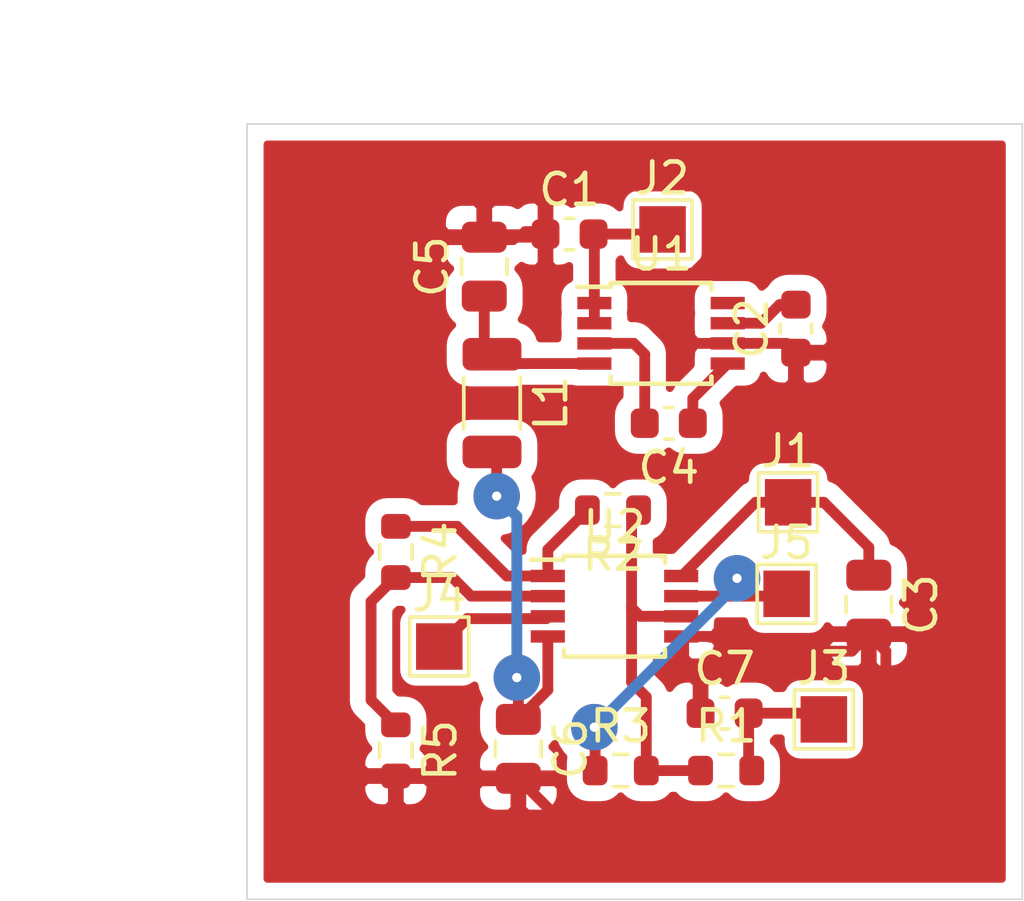
<source format=kicad_pcb>
(kicad_pcb (version 20171130) (host pcbnew 5.1.7-a382d34a8~87~ubuntu18.04.1)

  (general
    (thickness 1.6)
    (drawings 6)
    (tracks 104)
    (zones 0)
    (modules 20)
    (nets 16)
  )

  (page A4)
  (layers
    (0 F.Cu signal)
    (31 B.Cu signal)
    (32 B.Adhes user)
    (33 F.Adhes user)
    (34 B.Paste user)
    (35 F.Paste user)
    (36 B.SilkS user)
    (37 F.SilkS user)
    (38 B.Mask user)
    (39 F.Mask user)
    (40 Dwgs.User user)
    (41 Cmts.User user)
    (42 Eco1.User user)
    (43 Eco2.User user)
    (44 Edge.Cuts user)
    (45 Margin user)
    (46 B.CrtYd user)
    (47 F.CrtYd user)
    (48 B.Fab user)
    (49 F.Fab user)
  )

  (setup
    (last_trace_width 0.35)
    (user_trace_width 0.35)
    (trace_clearance 0.2)
    (zone_clearance 0.508)
    (zone_45_only no)
    (trace_min 0.2)
    (via_size 0.8)
    (via_drill 0.4)
    (via_min_size 0.4)
    (via_min_drill 0.3)
    (user_via 1.5 0.3)
    (uvia_size 0.3)
    (uvia_drill 0.1)
    (uvias_allowed no)
    (uvia_min_size 0.2)
    (uvia_min_drill 0.1)
    (edge_width 0.05)
    (segment_width 0.2)
    (pcb_text_width 0.3)
    (pcb_text_size 1.5 1.5)
    (mod_edge_width 0.12)
    (mod_text_size 1 1)
    (mod_text_width 0.15)
    (pad_size 1.524 1.524)
    (pad_drill 0.762)
    (pad_to_mask_clearance 0)
    (aux_axis_origin 0 0)
    (visible_elements FFFBFF7F)
    (pcbplotparams
      (layerselection 0x010fc_ffffffff)
      (usegerberextensions false)
      (usegerberattributes true)
      (usegerberadvancedattributes true)
      (creategerberjobfile true)
      (excludeedgelayer true)
      (linewidth 0.100000)
      (plotframeref false)
      (viasonmask false)
      (mode 1)
      (useauxorigin false)
      (hpglpennumber 1)
      (hpglpenspeed 20)
      (hpglpendiameter 15.000000)
      (psnegative false)
      (psa4output false)
      (plotreference true)
      (plotvalue true)
      (plotinvisibletext false)
      (padsonsilk false)
      (subtractmaskfromsilk false)
      (outputformat 5)
      (mirror false)
      (drillshape 0)
      (scaleselection 1)
      (outputdirectory "out"))
  )

  (net 0 "")
  (net 1 +BATT)
  (net 2 GND)
  (net 3 "Net-(C2-Pad2)")
  (net 4 +3V3)
  (net 5 "Net-(C4-Pad2)")
  (net 6 "Net-(C4-Pad1)")
  (net 7 "Net-(C5-Pad1)")
  (net 8 -2V5)
  (net 9 "Net-(C7-Pad2)")
  (net 10 "Net-(J4-Pad1)")
  (net 11 "Net-(J5-Pad1)")
  (net 12 "Net-(R1-Pad1)")
  (net 13 "Net-(R2-Pad2)")
  (net 14 "Net-(R4-Pad2)")
  (net 15 "Net-(U1-Pad8)")

  (net_class Default "This is the default net class."
    (clearance 0.2)
    (trace_width 0.25)
    (via_dia 0.8)
    (via_drill 0.4)
    (uvia_dia 0.3)
    (uvia_drill 0.1)
    (add_net +3V3)
    (add_net +BATT)
    (add_net -2V5)
    (add_net GND)
    (add_net "Net-(C2-Pad2)")
    (add_net "Net-(C4-Pad1)")
    (add_net "Net-(C4-Pad2)")
    (add_net "Net-(C5-Pad1)")
    (add_net "Net-(C7-Pad2)")
    (add_net "Net-(J4-Pad1)")
    (add_net "Net-(J5-Pad1)")
    (add_net "Net-(R1-Pad1)")
    (add_net "Net-(R2-Pad2)")
    (add_net "Net-(R4-Pad2)")
    (add_net "Net-(U1-Pad8)")
  )

  (module Package_SO:TSSOP-8_3x3mm_P0.65mm (layer F.Cu) (tedit 5A02F25C) (tstamp 5F8B4184)
    (at 125.85 92.55)
    (descr "TSSOP8: plastic thin shrink small outline package; 8 leads; body width 3 mm; (see NXP SSOP-TSSOP-VSO-REFLOW.pdf and sot505-1_po.pdf)")
    (tags "SSOP 0.65")
    (path /5F8B4BC7)
    (attr smd)
    (fp_text reference U2 (at 0 -2.55) (layer F.SilkS)
      (effects (font (size 1 1) (thickness 0.15)))
    )
    (fp_text value AD8606 (at 0 2.55) (layer F.Fab)
      (effects (font (size 1 1) (thickness 0.15)))
    )
    (fp_line (start -0.5 -1.5) (end 1.5 -1.5) (layer F.Fab) (width 0.15))
    (fp_line (start 1.5 -1.5) (end 1.5 1.5) (layer F.Fab) (width 0.15))
    (fp_line (start 1.5 1.5) (end -1.5 1.5) (layer F.Fab) (width 0.15))
    (fp_line (start -1.5 1.5) (end -1.5 -0.5) (layer F.Fab) (width 0.15))
    (fp_line (start -1.5 -0.5) (end -0.5 -1.5) (layer F.Fab) (width 0.15))
    (fp_line (start -2.95 -1.8) (end -2.95 1.8) (layer F.CrtYd) (width 0.05))
    (fp_line (start 2.95 -1.8) (end 2.95 1.8) (layer F.CrtYd) (width 0.05))
    (fp_line (start -2.95 -1.8) (end 2.95 -1.8) (layer F.CrtYd) (width 0.05))
    (fp_line (start -2.95 1.8) (end 2.95 1.8) (layer F.CrtYd) (width 0.05))
    (fp_line (start -1.625 -1.625) (end -1.625 -1.5) (layer F.SilkS) (width 0.15))
    (fp_line (start 1.625 -1.625) (end 1.625 -1.4) (layer F.SilkS) (width 0.15))
    (fp_line (start 1.625 1.625) (end 1.625 1.4) (layer F.SilkS) (width 0.15))
    (fp_line (start -1.625 1.625) (end -1.625 1.4) (layer F.SilkS) (width 0.15))
    (fp_line (start -1.625 -1.625) (end 1.625 -1.625) (layer F.SilkS) (width 0.15))
    (fp_line (start -1.625 1.625) (end 1.625 1.625) (layer F.SilkS) (width 0.15))
    (fp_line (start -1.625 -1.5) (end -2.7 -1.5) (layer F.SilkS) (width 0.15))
    (fp_text user %R (at 0 0) (layer F.Fab)
      (effects (font (size 0.6 0.6) (thickness 0.15)))
    )
    (pad 8 smd rect (at 2.15 -0.975) (size 1.1 0.4) (layers F.Cu F.Paste F.Mask)
      (net 4 +3V3))
    (pad 7 smd rect (at 2.15 -0.325) (size 1.1 0.4) (layers F.Cu F.Paste F.Mask)
      (net 11 "Net-(J5-Pad1)"))
    (pad 6 smd rect (at 2.15 0.325) (size 1.1 0.4) (layers F.Cu F.Paste F.Mask)
      (net 12 "Net-(R1-Pad1)"))
    (pad 5 smd rect (at 2.15 0.975) (size 1.1 0.4) (layers F.Cu F.Paste F.Mask)
      (net 2 GND))
    (pad 4 smd rect (at -2.15 0.975) (size 1.1 0.4) (layers F.Cu F.Paste F.Mask)
      (net 8 -2V5))
    (pad 3 smd rect (at -2.15 0.325) (size 1.1 0.4) (layers F.Cu F.Paste F.Mask)
      (net 10 "Net-(J4-Pad1)"))
    (pad 2 smd rect (at -2.15 -0.325) (size 1.1 0.4) (layers F.Cu F.Paste F.Mask)
      (net 14 "Net-(R4-Pad2)"))
    (pad 1 smd rect (at -2.15 -0.975) (size 1.1 0.4) (layers F.Cu F.Paste F.Mask)
      (net 13 "Net-(R2-Pad2)"))
    (model ${KISYS3DMOD}/Package_SO.3dshapes/TSSOP-8_3x3mm_P0.65mm.wrl
      (at (xyz 0 0 0))
      (scale (xyz 1 1 1))
      (rotate (xyz 0 0 0))
    )
  )

  (module Package_SO:TSSOP-8_3x3mm_P0.65mm (layer F.Cu) (tedit 5A02F25C) (tstamp 5F8B4167)
    (at 127.35 83.75)
    (descr "TSSOP8: plastic thin shrink small outline package; 8 leads; body width 3 mm; (see NXP SSOP-TSSOP-VSO-REFLOW.pdf and sot505-1_po.pdf)")
    (tags "SSOP 0.65")
    (path /5F8B1681)
    (attr smd)
    (fp_text reference U1 (at 0 -2.55) (layer F.SilkS)
      (effects (font (size 1 1) (thickness 0.15)))
    )
    (fp_text value LTC1550 (at 0 2.55) (layer F.Fab)
      (effects (font (size 1 1) (thickness 0.15)))
    )
    (fp_line (start -0.5 -1.5) (end 1.5 -1.5) (layer F.Fab) (width 0.15))
    (fp_line (start 1.5 -1.5) (end 1.5 1.5) (layer F.Fab) (width 0.15))
    (fp_line (start 1.5 1.5) (end -1.5 1.5) (layer F.Fab) (width 0.15))
    (fp_line (start -1.5 1.5) (end -1.5 -0.5) (layer F.Fab) (width 0.15))
    (fp_line (start -1.5 -0.5) (end -0.5 -1.5) (layer F.Fab) (width 0.15))
    (fp_line (start -2.95 -1.8) (end -2.95 1.8) (layer F.CrtYd) (width 0.05))
    (fp_line (start 2.95 -1.8) (end 2.95 1.8) (layer F.CrtYd) (width 0.05))
    (fp_line (start -2.95 -1.8) (end 2.95 -1.8) (layer F.CrtYd) (width 0.05))
    (fp_line (start -2.95 1.8) (end 2.95 1.8) (layer F.CrtYd) (width 0.05))
    (fp_line (start -1.625 -1.625) (end -1.625 -1.5) (layer F.SilkS) (width 0.15))
    (fp_line (start 1.625 -1.625) (end 1.625 -1.4) (layer F.SilkS) (width 0.15))
    (fp_line (start 1.625 1.625) (end 1.625 1.4) (layer F.SilkS) (width 0.15))
    (fp_line (start -1.625 1.625) (end -1.625 1.4) (layer F.SilkS) (width 0.15))
    (fp_line (start -1.625 -1.625) (end 1.625 -1.625) (layer F.SilkS) (width 0.15))
    (fp_line (start -1.625 1.625) (end 1.625 1.625) (layer F.SilkS) (width 0.15))
    (fp_line (start -1.625 -1.5) (end -2.7 -1.5) (layer F.SilkS) (width 0.15))
    (fp_text user %R (at 0 0) (layer F.Fab)
      (effects (font (size 0.6 0.6) (thickness 0.15)))
    )
    (pad 8 smd rect (at 2.15 -0.975) (size 1.1 0.4) (layers F.Cu F.Paste F.Mask)
      (net 15 "Net-(U1-Pad8)"))
    (pad 7 smd rect (at 2.15 -0.325) (size 1.1 0.4) (layers F.Cu F.Paste F.Mask)
      (net 3 "Net-(C2-Pad2)"))
    (pad 6 smd rect (at 2.15 0.325) (size 1.1 0.4) (layers F.Cu F.Paste F.Mask)
      (net 2 GND))
    (pad 5 smd rect (at 2.15 0.975) (size 1.1 0.4) (layers F.Cu F.Paste F.Mask)
      (net 6 "Net-(C4-Pad1)"))
    (pad 4 smd rect (at -2.15 0.975) (size 1.1 0.4) (layers F.Cu F.Paste F.Mask)
      (net 7 "Net-(C5-Pad1)"))
    (pad 3 smd rect (at -2.15 0.325) (size 1.1 0.4) (layers F.Cu F.Paste F.Mask)
      (net 5 "Net-(C4-Pad2)"))
    (pad 2 smd rect (at -2.15 -0.325) (size 1.1 0.4) (layers F.Cu F.Paste F.Mask)
      (net 1 +BATT))
    (pad 1 smd rect (at -2.15 -0.975) (size 1.1 0.4) (layers F.Cu F.Paste F.Mask)
      (net 1 +BATT))
    (model ${KISYS3DMOD}/Package_SO.3dshapes/TSSOP-8_3x3mm_P0.65mm.wrl
      (at (xyz 0 0 0))
      (scale (xyz 1 1 1))
      (rotate (xyz 0 0 0))
    )
  )

  (module Resistor_SMD:R_0603_1608Metric (layer F.Cu) (tedit 5F68FEEE) (tstamp 5F8B414A)
    (at 118.8 97.2 270)
    (descr "Resistor SMD 0603 (1608 Metric), square (rectangular) end terminal, IPC_7351 nominal, (Body size source: IPC-SM-782 page 72, https://www.pcb-3d.com/wordpress/wp-content/uploads/ipc-sm-782a_amendment_1_and_2.pdf), generated with kicad-footprint-generator")
    (tags resistor)
    (path /5F8C1EE5)
    (attr smd)
    (fp_text reference R5 (at 0 -1.43 90) (layer F.SilkS)
      (effects (font (size 1 1) (thickness 0.15)))
    )
    (fp_text value 1.5k (at 0 1.43 90) (layer F.Fab)
      (effects (font (size 1 1) (thickness 0.15)))
    )
    (fp_line (start -0.8 0.4125) (end -0.8 -0.4125) (layer F.Fab) (width 0.1))
    (fp_line (start -0.8 -0.4125) (end 0.8 -0.4125) (layer F.Fab) (width 0.1))
    (fp_line (start 0.8 -0.4125) (end 0.8 0.4125) (layer F.Fab) (width 0.1))
    (fp_line (start 0.8 0.4125) (end -0.8 0.4125) (layer F.Fab) (width 0.1))
    (fp_line (start -0.237258 -0.5225) (end 0.237258 -0.5225) (layer F.SilkS) (width 0.12))
    (fp_line (start -0.237258 0.5225) (end 0.237258 0.5225) (layer F.SilkS) (width 0.12))
    (fp_line (start -1.48 0.73) (end -1.48 -0.73) (layer F.CrtYd) (width 0.05))
    (fp_line (start -1.48 -0.73) (end 1.48 -0.73) (layer F.CrtYd) (width 0.05))
    (fp_line (start 1.48 -0.73) (end 1.48 0.73) (layer F.CrtYd) (width 0.05))
    (fp_line (start 1.48 0.73) (end -1.48 0.73) (layer F.CrtYd) (width 0.05))
    (fp_text user %R (at 0 0 90) (layer F.Fab)
      (effects (font (size 0.4 0.4) (thickness 0.06)))
    )
    (pad 2 smd roundrect (at 0.825 0 270) (size 0.8 0.95) (layers F.Cu F.Paste F.Mask) (roundrect_rratio 0.25)
      (net 2 GND))
    (pad 1 smd roundrect (at -0.825 0 270) (size 0.8 0.95) (layers F.Cu F.Paste F.Mask) (roundrect_rratio 0.25)
      (net 14 "Net-(R4-Pad2)"))
    (model ${KISYS3DMOD}/Resistor_SMD.3dshapes/R_0603_1608Metric.wrl
      (at (xyz 0 0 0))
      (scale (xyz 1 1 1))
      (rotate (xyz 0 0 0))
    )
  )

  (module Resistor_SMD:R_0603_1608Metric (layer F.Cu) (tedit 5F68FEEE) (tstamp 5F8B4139)
    (at 118.8 90.8 270)
    (descr "Resistor SMD 0603 (1608 Metric), square (rectangular) end terminal, IPC_7351 nominal, (Body size source: IPC-SM-782 page 72, https://www.pcb-3d.com/wordpress/wp-content/uploads/ipc-sm-782a_amendment_1_and_2.pdf), generated with kicad-footprint-generator")
    (tags resistor)
    (path /5F8C23F4)
    (attr smd)
    (fp_text reference R4 (at 0 -1.43 90) (layer F.SilkS)
      (effects (font (size 1 1) (thickness 0.15)))
    )
    (fp_text value 27k (at 0 1.43 90) (layer F.Fab)
      (effects (font (size 1 1) (thickness 0.15)))
    )
    (fp_line (start -0.8 0.4125) (end -0.8 -0.4125) (layer F.Fab) (width 0.1))
    (fp_line (start -0.8 -0.4125) (end 0.8 -0.4125) (layer F.Fab) (width 0.1))
    (fp_line (start 0.8 -0.4125) (end 0.8 0.4125) (layer F.Fab) (width 0.1))
    (fp_line (start 0.8 0.4125) (end -0.8 0.4125) (layer F.Fab) (width 0.1))
    (fp_line (start -0.237258 -0.5225) (end 0.237258 -0.5225) (layer F.SilkS) (width 0.12))
    (fp_line (start -0.237258 0.5225) (end 0.237258 0.5225) (layer F.SilkS) (width 0.12))
    (fp_line (start -1.48 0.73) (end -1.48 -0.73) (layer F.CrtYd) (width 0.05))
    (fp_line (start -1.48 -0.73) (end 1.48 -0.73) (layer F.CrtYd) (width 0.05))
    (fp_line (start 1.48 -0.73) (end 1.48 0.73) (layer F.CrtYd) (width 0.05))
    (fp_line (start 1.48 0.73) (end -1.48 0.73) (layer F.CrtYd) (width 0.05))
    (fp_text user %R (at 0 0 90) (layer F.Fab)
      (effects (font (size 0.4 0.4) (thickness 0.06)))
    )
    (pad 2 smd roundrect (at 0.825 0 270) (size 0.8 0.95) (layers F.Cu F.Paste F.Mask) (roundrect_rratio 0.25)
      (net 14 "Net-(R4-Pad2)"))
    (pad 1 smd roundrect (at -0.825 0 270) (size 0.8 0.95) (layers F.Cu F.Paste F.Mask) (roundrect_rratio 0.25)
      (net 13 "Net-(R2-Pad2)"))
    (model ${KISYS3DMOD}/Resistor_SMD.3dshapes/R_0603_1608Metric.wrl
      (at (xyz 0 0 0))
      (scale (xyz 1 1 1))
      (rotate (xyz 0 0 0))
    )
  )

  (module Resistor_SMD:R_0603_1608Metric (layer F.Cu) (tedit 5F68FEEE) (tstamp 5F8B4128)
    (at 126.05 97.85)
    (descr "Resistor SMD 0603 (1608 Metric), square (rectangular) end terminal, IPC_7351 nominal, (Body size source: IPC-SM-782 page 72, https://www.pcb-3d.com/wordpress/wp-content/uploads/ipc-sm-782a_amendment_1_and_2.pdf), generated with kicad-footprint-generator")
    (tags resistor)
    (path /5F8C6718)
    (attr smd)
    (fp_text reference R3 (at 0 -1.43) (layer F.SilkS)
      (effects (font (size 1 1) (thickness 0.15)))
    )
    (fp_text value "10k 0.1%" (at 0 1.43) (layer F.Fab)
      (effects (font (size 1 1) (thickness 0.15)))
    )
    (fp_line (start -0.8 0.4125) (end -0.8 -0.4125) (layer F.Fab) (width 0.1))
    (fp_line (start -0.8 -0.4125) (end 0.8 -0.4125) (layer F.Fab) (width 0.1))
    (fp_line (start 0.8 -0.4125) (end 0.8 0.4125) (layer F.Fab) (width 0.1))
    (fp_line (start 0.8 0.4125) (end -0.8 0.4125) (layer F.Fab) (width 0.1))
    (fp_line (start -0.237258 -0.5225) (end 0.237258 -0.5225) (layer F.SilkS) (width 0.12))
    (fp_line (start -0.237258 0.5225) (end 0.237258 0.5225) (layer F.SilkS) (width 0.12))
    (fp_line (start -1.48 0.73) (end -1.48 -0.73) (layer F.CrtYd) (width 0.05))
    (fp_line (start -1.48 -0.73) (end 1.48 -0.73) (layer F.CrtYd) (width 0.05))
    (fp_line (start 1.48 -0.73) (end 1.48 0.73) (layer F.CrtYd) (width 0.05))
    (fp_line (start 1.48 0.73) (end -1.48 0.73) (layer F.CrtYd) (width 0.05))
    (fp_text user %R (at 0 0) (layer F.Fab)
      (effects (font (size 0.4 0.4) (thickness 0.06)))
    )
    (pad 2 smd roundrect (at 0.825 0) (size 0.8 0.95) (layers F.Cu F.Paste F.Mask) (roundrect_rratio 0.25)
      (net 12 "Net-(R1-Pad1)"))
    (pad 1 smd roundrect (at -0.825 0) (size 0.8 0.95) (layers F.Cu F.Paste F.Mask) (roundrect_rratio 0.25)
      (net 11 "Net-(J5-Pad1)"))
    (model ${KISYS3DMOD}/Resistor_SMD.3dshapes/R_0603_1608Metric.wrl
      (at (xyz 0 0 0))
      (scale (xyz 1 1 1))
      (rotate (xyz 0 0 0))
    )
  )

  (module Resistor_SMD:R_0603_1608Metric (layer F.Cu) (tedit 5F68FEEE) (tstamp 5F8B4117)
    (at 125.8 89.45 180)
    (descr "Resistor SMD 0603 (1608 Metric), square (rectangular) end terminal, IPC_7351 nominal, (Body size source: IPC-SM-782 page 72, https://www.pcb-3d.com/wordpress/wp-content/uploads/ipc-sm-782a_amendment_1_and_2.pdf), generated with kicad-footprint-generator")
    (tags resistor)
    (path /5F8C96A7)
    (attr smd)
    (fp_text reference R2 (at 0 -1.43) (layer F.SilkS)
      (effects (font (size 1 1) (thickness 0.15)))
    )
    (fp_text value "10k 0.1%" (at 0 1.43) (layer F.Fab)
      (effects (font (size 1 1) (thickness 0.15)))
    )
    (fp_line (start -0.8 0.4125) (end -0.8 -0.4125) (layer F.Fab) (width 0.1))
    (fp_line (start -0.8 -0.4125) (end 0.8 -0.4125) (layer F.Fab) (width 0.1))
    (fp_line (start 0.8 -0.4125) (end 0.8 0.4125) (layer F.Fab) (width 0.1))
    (fp_line (start 0.8 0.4125) (end -0.8 0.4125) (layer F.Fab) (width 0.1))
    (fp_line (start -0.237258 -0.5225) (end 0.237258 -0.5225) (layer F.SilkS) (width 0.12))
    (fp_line (start -0.237258 0.5225) (end 0.237258 0.5225) (layer F.SilkS) (width 0.12))
    (fp_line (start -1.48 0.73) (end -1.48 -0.73) (layer F.CrtYd) (width 0.05))
    (fp_line (start -1.48 -0.73) (end 1.48 -0.73) (layer F.CrtYd) (width 0.05))
    (fp_line (start 1.48 -0.73) (end 1.48 0.73) (layer F.CrtYd) (width 0.05))
    (fp_line (start 1.48 0.73) (end -1.48 0.73) (layer F.CrtYd) (width 0.05))
    (fp_text user %R (at 0 0) (layer F.Fab)
      (effects (font (size 0.4 0.4) (thickness 0.06)))
    )
    (pad 2 smd roundrect (at 0.825 0 180) (size 0.8 0.95) (layers F.Cu F.Paste F.Mask) (roundrect_rratio 0.25)
      (net 13 "Net-(R2-Pad2)"))
    (pad 1 smd roundrect (at -0.825 0 180) (size 0.8 0.95) (layers F.Cu F.Paste F.Mask) (roundrect_rratio 0.25)
      (net 12 "Net-(R1-Pad1)"))
    (model ${KISYS3DMOD}/Resistor_SMD.3dshapes/R_0603_1608Metric.wrl
      (at (xyz 0 0 0))
      (scale (xyz 1 1 1))
      (rotate (xyz 0 0 0))
    )
  )

  (module Resistor_SMD:R_0603_1608Metric (layer F.Cu) (tedit 5F68FEEE) (tstamp 5F8B4106)
    (at 129.45 97.85)
    (descr "Resistor SMD 0603 (1608 Metric), square (rectangular) end terminal, IPC_7351 nominal, (Body size source: IPC-SM-782 page 72, https://www.pcb-3d.com/wordpress/wp-content/uploads/ipc-sm-782a_amendment_1_and_2.pdf), generated with kicad-footprint-generator")
    (tags resistor)
    (path /5F8C9C44)
    (attr smd)
    (fp_text reference R1 (at 0 -1.43) (layer F.SilkS)
      (effects (font (size 1 1) (thickness 0.15)))
    )
    (fp_text value "10k 0.1%" (at 0 1.43) (layer F.Fab)
      (effects (font (size 1 1) (thickness 0.15)))
    )
    (fp_line (start -0.8 0.4125) (end -0.8 -0.4125) (layer F.Fab) (width 0.1))
    (fp_line (start -0.8 -0.4125) (end 0.8 -0.4125) (layer F.Fab) (width 0.1))
    (fp_line (start 0.8 -0.4125) (end 0.8 0.4125) (layer F.Fab) (width 0.1))
    (fp_line (start 0.8 0.4125) (end -0.8 0.4125) (layer F.Fab) (width 0.1))
    (fp_line (start -0.237258 -0.5225) (end 0.237258 -0.5225) (layer F.SilkS) (width 0.12))
    (fp_line (start -0.237258 0.5225) (end 0.237258 0.5225) (layer F.SilkS) (width 0.12))
    (fp_line (start -1.48 0.73) (end -1.48 -0.73) (layer F.CrtYd) (width 0.05))
    (fp_line (start -1.48 -0.73) (end 1.48 -0.73) (layer F.CrtYd) (width 0.05))
    (fp_line (start 1.48 -0.73) (end 1.48 0.73) (layer F.CrtYd) (width 0.05))
    (fp_line (start 1.48 0.73) (end -1.48 0.73) (layer F.CrtYd) (width 0.05))
    (fp_text user %R (at 0 0) (layer F.Fab)
      (effects (font (size 0.4 0.4) (thickness 0.06)))
    )
    (pad 2 smd roundrect (at 0.825 0) (size 0.8 0.95) (layers F.Cu F.Paste F.Mask) (roundrect_rratio 0.25)
      (net 9 "Net-(C7-Pad2)"))
    (pad 1 smd roundrect (at -0.825 0) (size 0.8 0.95) (layers F.Cu F.Paste F.Mask) (roundrect_rratio 0.25)
      (net 12 "Net-(R1-Pad1)"))
    (model ${KISYS3DMOD}/Resistor_SMD.3dshapes/R_0603_1608Metric.wrl
      (at (xyz 0 0 0))
      (scale (xyz 1 1 1))
      (rotate (xyz 0 0 0))
    )
  )

  (module Inductor_SMD:L_1206_3216Metric (layer F.Cu) (tedit 5F68FEF0) (tstamp 5F8B40F5)
    (at 121.9 86 270)
    (descr "Inductor SMD 1206 (3216 Metric), square (rectangular) end terminal, IPC_7351 nominal, (Body size source: IPC-SM-782 page 80, https://www.pcb-3d.com/wordpress/wp-content/uploads/ipc-sm-782a_amendment_1_and_2.pdf), generated with kicad-footprint-generator")
    (tags inductor)
    (path /5F8B1F18)
    (attr smd)
    (fp_text reference L1 (at 0 -1.9 90) (layer F.SilkS)
      (effects (font (size 1 1) (thickness 0.15)))
    )
    (fp_text value 600Z (at 0 1.9 90) (layer F.Fab)
      (effects (font (size 1 1) (thickness 0.15)))
    )
    (fp_line (start -1.6 0.8) (end -1.6 -0.8) (layer F.Fab) (width 0.1))
    (fp_line (start -1.6 -0.8) (end 1.6 -0.8) (layer F.Fab) (width 0.1))
    (fp_line (start 1.6 -0.8) (end 1.6 0.8) (layer F.Fab) (width 0.1))
    (fp_line (start 1.6 0.8) (end -1.6 0.8) (layer F.Fab) (width 0.1))
    (fp_line (start -0.835242 -0.91) (end 0.835242 -0.91) (layer F.SilkS) (width 0.12))
    (fp_line (start -0.835242 0.91) (end 0.835242 0.91) (layer F.SilkS) (width 0.12))
    (fp_line (start -2.35 1.2) (end -2.35 -1.2) (layer F.CrtYd) (width 0.05))
    (fp_line (start -2.35 -1.2) (end 2.35 -1.2) (layer F.CrtYd) (width 0.05))
    (fp_line (start 2.35 -1.2) (end 2.35 1.2) (layer F.CrtYd) (width 0.05))
    (fp_line (start 2.35 1.2) (end -2.35 1.2) (layer F.CrtYd) (width 0.05))
    (fp_text user %R (at 0 0 90) (layer F.Fab)
      (effects (font (size 0.8 0.8) (thickness 0.12)))
    )
    (pad 2 smd roundrect (at 1.575 0 270) (size 1.05 1.9) (layers F.Cu F.Paste F.Mask) (roundrect_rratio 0.2380942857142857)
      (net 8 -2V5))
    (pad 1 smd roundrect (at -1.575 0 270) (size 1.05 1.9) (layers F.Cu F.Paste F.Mask) (roundrect_rratio 0.2380942857142857)
      (net 7 "Net-(C5-Pad1)"))
    (model ${KISYS3DMOD}/Inductor_SMD.3dshapes/L_1206_3216Metric.wrl
      (at (xyz 0 0 0))
      (scale (xyz 1 1 1))
      (rotate (xyz 0 0 0))
    )
  )

  (module TestPoint:TestPoint_Pad_1.5x1.5mm (layer F.Cu) (tedit 5A0F774F) (tstamp 5F8B40E4)
    (at 131.4 92.15)
    (descr "SMD rectangular pad as test Point, square 1.5mm side length")
    (tags "test point SMD pad rectangle square")
    (path /5F8D5ECA)
    (attr virtual)
    (fp_text reference J5 (at 0 -1.648) (layer F.SilkS)
      (effects (font (size 1 1) (thickness 0.15)))
    )
    (fp_text value Vout (at 0 1.75) (layer F.Fab)
      (effects (font (size 1 1) (thickness 0.15)))
    )
    (fp_line (start -0.95 -0.95) (end 0.95 -0.95) (layer F.SilkS) (width 0.12))
    (fp_line (start 0.95 -0.95) (end 0.95 0.95) (layer F.SilkS) (width 0.12))
    (fp_line (start 0.95 0.95) (end -0.95 0.95) (layer F.SilkS) (width 0.12))
    (fp_line (start -0.95 0.95) (end -0.95 -0.95) (layer F.SilkS) (width 0.12))
    (fp_line (start -1.25 -1.25) (end 1.25 -1.25) (layer F.CrtYd) (width 0.05))
    (fp_line (start -1.25 -1.25) (end -1.25 1.25) (layer F.CrtYd) (width 0.05))
    (fp_line (start 1.25 1.25) (end 1.25 -1.25) (layer F.CrtYd) (width 0.05))
    (fp_line (start 1.25 1.25) (end -1.25 1.25) (layer F.CrtYd) (width 0.05))
    (fp_text user %R (at 0 -1.65) (layer F.Fab)
      (effects (font (size 1 1) (thickness 0.15)))
    )
    (pad 1 smd rect (at 0 0) (size 1.5 1.5) (layers F.Cu F.Mask)
      (net 11 "Net-(J5-Pad1)"))
  )

  (module TestPoint:TestPoint_Pad_1.5x1.5mm (layer F.Cu) (tedit 5A0F774F) (tstamp 5F8B40D6)
    (at 120.2 93.85)
    (descr "SMD rectangular pad as test Point, square 1.5mm side length")
    (tags "test point SMD pad rectangle square")
    (path /5F8D3C4F)
    (attr virtual)
    (fp_text reference J4 (at 0 -1.648) (layer F.SilkS)
      (effects (font (size 1 1) (thickness 0.15)))
    )
    (fp_text value Vin (at 0 1.75) (layer F.Fab)
      (effects (font (size 1 1) (thickness 0.15)))
    )
    (fp_line (start -0.95 -0.95) (end 0.95 -0.95) (layer F.SilkS) (width 0.12))
    (fp_line (start 0.95 -0.95) (end 0.95 0.95) (layer F.SilkS) (width 0.12))
    (fp_line (start 0.95 0.95) (end -0.95 0.95) (layer F.SilkS) (width 0.12))
    (fp_line (start -0.95 0.95) (end -0.95 -0.95) (layer F.SilkS) (width 0.12))
    (fp_line (start -1.25 -1.25) (end 1.25 -1.25) (layer F.CrtYd) (width 0.05))
    (fp_line (start -1.25 -1.25) (end -1.25 1.25) (layer F.CrtYd) (width 0.05))
    (fp_line (start 1.25 1.25) (end 1.25 -1.25) (layer F.CrtYd) (width 0.05))
    (fp_line (start 1.25 1.25) (end -1.25 1.25) (layer F.CrtYd) (width 0.05))
    (fp_text user %R (at 0 -1.65) (layer F.Fab)
      (effects (font (size 1 1) (thickness 0.15)))
    )
    (pad 1 smd rect (at 0 0) (size 1.5 1.5) (layers F.Cu F.Mask)
      (net 10 "Net-(J4-Pad1)"))
  )

  (module TestPoint:TestPoint_Pad_1.5x1.5mm (layer F.Cu) (tedit 5A0F774F) (tstamp 5F8B40C8)
    (at 132.6 96.2)
    (descr "SMD rectangular pad as test Point, square 1.5mm side length")
    (tags "test point SMD pad rectangle square")
    (path /5F8CB168)
    (attr virtual)
    (fp_text reference J3 (at 0 -1.648) (layer F.SilkS)
      (effects (font (size 1 1) (thickness 0.15)))
    )
    (fp_text value 2.048V (at 0 1.75) (layer F.Fab)
      (effects (font (size 1 1) (thickness 0.15)))
    )
    (fp_line (start -0.95 -0.95) (end 0.95 -0.95) (layer F.SilkS) (width 0.12))
    (fp_line (start 0.95 -0.95) (end 0.95 0.95) (layer F.SilkS) (width 0.12))
    (fp_line (start 0.95 0.95) (end -0.95 0.95) (layer F.SilkS) (width 0.12))
    (fp_line (start -0.95 0.95) (end -0.95 -0.95) (layer F.SilkS) (width 0.12))
    (fp_line (start -1.25 -1.25) (end 1.25 -1.25) (layer F.CrtYd) (width 0.05))
    (fp_line (start -1.25 -1.25) (end -1.25 1.25) (layer F.CrtYd) (width 0.05))
    (fp_line (start 1.25 1.25) (end 1.25 -1.25) (layer F.CrtYd) (width 0.05))
    (fp_line (start 1.25 1.25) (end -1.25 1.25) (layer F.CrtYd) (width 0.05))
    (fp_text user %R (at 0 -1.65) (layer F.Fab)
      (effects (font (size 1 1) (thickness 0.15)))
    )
    (pad 1 smd rect (at 0 0) (size 1.5 1.5) (layers F.Cu F.Mask)
      (net 9 "Net-(C7-Pad2)"))
  )

  (module TestPoint:TestPoint_Pad_1.5x1.5mm (layer F.Cu) (tedit 5A0F774F) (tstamp 5F8B40BA)
    (at 127.4 80.4)
    (descr "SMD rectangular pad as test Point, square 1.5mm side length")
    (tags "test point SMD pad rectangle square")
    (path /5F8DB1E3)
    (attr virtual)
    (fp_text reference J2 (at 0 -1.648) (layer F.SilkS)
      (effects (font (size 1 1) (thickness 0.15)))
    )
    (fp_text value BATT (at 0 1.75) (layer F.Fab)
      (effects (font (size 1 1) (thickness 0.15)))
    )
    (fp_line (start -0.95 -0.95) (end 0.95 -0.95) (layer F.SilkS) (width 0.12))
    (fp_line (start 0.95 -0.95) (end 0.95 0.95) (layer F.SilkS) (width 0.12))
    (fp_line (start 0.95 0.95) (end -0.95 0.95) (layer F.SilkS) (width 0.12))
    (fp_line (start -0.95 0.95) (end -0.95 -0.95) (layer F.SilkS) (width 0.12))
    (fp_line (start -1.25 -1.25) (end 1.25 -1.25) (layer F.CrtYd) (width 0.05))
    (fp_line (start -1.25 -1.25) (end -1.25 1.25) (layer F.CrtYd) (width 0.05))
    (fp_line (start 1.25 1.25) (end 1.25 -1.25) (layer F.CrtYd) (width 0.05))
    (fp_line (start 1.25 1.25) (end -1.25 1.25) (layer F.CrtYd) (width 0.05))
    (fp_text user %R (at 0 -1.65) (layer F.Fab)
      (effects (font (size 1 1) (thickness 0.15)))
    )
    (pad 1 smd rect (at 0 0) (size 1.5 1.5) (layers F.Cu F.Mask)
      (net 1 +BATT))
  )

  (module TestPoint:TestPoint_Pad_1.5x1.5mm (layer F.Cu) (tedit 5A0F774F) (tstamp 5F8B40AC)
    (at 131.45 89.2)
    (descr "SMD rectangular pad as test Point, square 1.5mm side length")
    (tags "test point SMD pad rectangle square")
    (path /5F8D8782)
    (attr virtual)
    (fp_text reference J1 (at 0 -1.648) (layer F.SilkS)
      (effects (font (size 1 1) (thickness 0.15)))
    )
    (fp_text value 3V3 (at 0 1.75) (layer F.Fab)
      (effects (font (size 1 1) (thickness 0.15)))
    )
    (fp_line (start -0.95 -0.95) (end 0.95 -0.95) (layer F.SilkS) (width 0.12))
    (fp_line (start 0.95 -0.95) (end 0.95 0.95) (layer F.SilkS) (width 0.12))
    (fp_line (start 0.95 0.95) (end -0.95 0.95) (layer F.SilkS) (width 0.12))
    (fp_line (start -0.95 0.95) (end -0.95 -0.95) (layer F.SilkS) (width 0.12))
    (fp_line (start -1.25 -1.25) (end 1.25 -1.25) (layer F.CrtYd) (width 0.05))
    (fp_line (start -1.25 -1.25) (end -1.25 1.25) (layer F.CrtYd) (width 0.05))
    (fp_line (start 1.25 1.25) (end 1.25 -1.25) (layer F.CrtYd) (width 0.05))
    (fp_line (start 1.25 1.25) (end -1.25 1.25) (layer F.CrtYd) (width 0.05))
    (fp_text user %R (at 0 -1.65) (layer F.Fab)
      (effects (font (size 1 1) (thickness 0.15)))
    )
    (pad 1 smd rect (at 0 0) (size 1.5 1.5) (layers F.Cu F.Mask)
      (net 4 +3V3))
  )

  (module Capacitor_SMD:C_0603_1608Metric (layer F.Cu) (tedit 5F68FEEE) (tstamp 5F8B409E)
    (at 129.4 96)
    (descr "Capacitor SMD 0603 (1608 Metric), square (rectangular) end terminal, IPC_7351 nominal, (Body size source: IPC-SM-782 page 76, https://www.pcb-3d.com/wordpress/wp-content/uploads/ipc-sm-782a_amendment_1_and_2.pdf), generated with kicad-footprint-generator")
    (tags capacitor)
    (path /5F8CB63F)
    (attr smd)
    (fp_text reference C7 (at 0 -1.43) (layer F.SilkS)
      (effects (font (size 1 1) (thickness 0.15)))
    )
    (fp_text value 100n (at 0 1.43) (layer F.Fab)
      (effects (font (size 1 1) (thickness 0.15)))
    )
    (fp_line (start -0.8 0.4) (end -0.8 -0.4) (layer F.Fab) (width 0.1))
    (fp_line (start -0.8 -0.4) (end 0.8 -0.4) (layer F.Fab) (width 0.1))
    (fp_line (start 0.8 -0.4) (end 0.8 0.4) (layer F.Fab) (width 0.1))
    (fp_line (start 0.8 0.4) (end -0.8 0.4) (layer F.Fab) (width 0.1))
    (fp_line (start -0.14058 -0.51) (end 0.14058 -0.51) (layer F.SilkS) (width 0.12))
    (fp_line (start -0.14058 0.51) (end 0.14058 0.51) (layer F.SilkS) (width 0.12))
    (fp_line (start -1.48 0.73) (end -1.48 -0.73) (layer F.CrtYd) (width 0.05))
    (fp_line (start -1.48 -0.73) (end 1.48 -0.73) (layer F.CrtYd) (width 0.05))
    (fp_line (start 1.48 -0.73) (end 1.48 0.73) (layer F.CrtYd) (width 0.05))
    (fp_line (start 1.48 0.73) (end -1.48 0.73) (layer F.CrtYd) (width 0.05))
    (fp_text user %R (at 0 0) (layer F.Fab)
      (effects (font (size 0.4 0.4) (thickness 0.06)))
    )
    (pad 2 smd roundrect (at 0.775 0) (size 0.9 0.95) (layers F.Cu F.Paste F.Mask) (roundrect_rratio 0.25)
      (net 9 "Net-(C7-Pad2)"))
    (pad 1 smd roundrect (at -0.775 0) (size 0.9 0.95) (layers F.Cu F.Paste F.Mask) (roundrect_rratio 0.25)
      (net 2 GND))
    (model ${KISYS3DMOD}/Capacitor_SMD.3dshapes/C_0603_1608Metric.wrl
      (at (xyz 0 0 0))
      (scale (xyz 1 1 1))
      (rotate (xyz 0 0 0))
    )
  )

  (module Capacitor_SMD:C_0805_2012Metric (layer F.Cu) (tedit 5F68FEEE) (tstamp 5F8B408D)
    (at 122.75 97.15 270)
    (descr "Capacitor SMD 0805 (2012 Metric), square (rectangular) end terminal, IPC_7351 nominal, (Body size source: IPC-SM-782 page 76, https://www.pcb-3d.com/wordpress/wp-content/uploads/ipc-sm-782a_amendment_1_and_2.pdf, https://docs.google.com/spreadsheets/d/1BsfQQcO9C6DZCsRaXUlFlo91Tg2WpOkGARC1WS5S8t0/edit?usp=sharing), generated with kicad-footprint-generator")
    (tags capacitor)
    (path /5F8B33B9)
    (attr smd)
    (fp_text reference C6 (at 0 -1.68 90) (layer F.SilkS)
      (effects (font (size 1 1) (thickness 0.15)))
    )
    (fp_text value 2.2u (at 0 1.68 90) (layer F.Fab)
      (effects (font (size 1 1) (thickness 0.15)))
    )
    (fp_line (start -1 0.625) (end -1 -0.625) (layer F.Fab) (width 0.1))
    (fp_line (start -1 -0.625) (end 1 -0.625) (layer F.Fab) (width 0.1))
    (fp_line (start 1 -0.625) (end 1 0.625) (layer F.Fab) (width 0.1))
    (fp_line (start 1 0.625) (end -1 0.625) (layer F.Fab) (width 0.1))
    (fp_line (start -0.261252 -0.735) (end 0.261252 -0.735) (layer F.SilkS) (width 0.12))
    (fp_line (start -0.261252 0.735) (end 0.261252 0.735) (layer F.SilkS) (width 0.12))
    (fp_line (start -1.7 0.98) (end -1.7 -0.98) (layer F.CrtYd) (width 0.05))
    (fp_line (start -1.7 -0.98) (end 1.7 -0.98) (layer F.CrtYd) (width 0.05))
    (fp_line (start 1.7 -0.98) (end 1.7 0.98) (layer F.CrtYd) (width 0.05))
    (fp_line (start 1.7 0.98) (end -1.7 0.98) (layer F.CrtYd) (width 0.05))
    (fp_text user %R (at 0 0 90) (layer F.Fab)
      (effects (font (size 0.5 0.5) (thickness 0.08)))
    )
    (pad 2 smd roundrect (at 0.95 0 270) (size 1 1.45) (layers F.Cu F.Paste F.Mask) (roundrect_rratio 0.25)
      (net 2 GND))
    (pad 1 smd roundrect (at -0.95 0 270) (size 1 1.45) (layers F.Cu F.Paste F.Mask) (roundrect_rratio 0.25)
      (net 8 -2V5))
    (model ${KISYS3DMOD}/Capacitor_SMD.3dshapes/C_0805_2012Metric.wrl
      (at (xyz 0 0 0))
      (scale (xyz 1 1 1))
      (rotate (xyz 0 0 0))
    )
  )

  (module Capacitor_SMD:C_0805_2012Metric (layer F.Cu) (tedit 5F68FEEE) (tstamp 5F8B407C)
    (at 121.65 81.6 90)
    (descr "Capacitor SMD 0805 (2012 Metric), square (rectangular) end terminal, IPC_7351 nominal, (Body size source: IPC-SM-782 page 76, https://www.pcb-3d.com/wordpress/wp-content/uploads/ipc-sm-782a_amendment_1_and_2.pdf, https://docs.google.com/spreadsheets/d/1BsfQQcO9C6DZCsRaXUlFlo91Tg2WpOkGARC1WS5S8t0/edit?usp=sharing), generated with kicad-footprint-generator")
    (tags capacitor)
    (path /5F8B2CD7)
    (attr smd)
    (fp_text reference C5 (at 0 -1.68 90) (layer F.SilkS)
      (effects (font (size 1 1) (thickness 0.15)))
    )
    (fp_text value 2.2u (at 0 1.68 90) (layer F.Fab)
      (effects (font (size 1 1) (thickness 0.15)))
    )
    (fp_line (start -1 0.625) (end -1 -0.625) (layer F.Fab) (width 0.1))
    (fp_line (start -1 -0.625) (end 1 -0.625) (layer F.Fab) (width 0.1))
    (fp_line (start 1 -0.625) (end 1 0.625) (layer F.Fab) (width 0.1))
    (fp_line (start 1 0.625) (end -1 0.625) (layer F.Fab) (width 0.1))
    (fp_line (start -0.261252 -0.735) (end 0.261252 -0.735) (layer F.SilkS) (width 0.12))
    (fp_line (start -0.261252 0.735) (end 0.261252 0.735) (layer F.SilkS) (width 0.12))
    (fp_line (start -1.7 0.98) (end -1.7 -0.98) (layer F.CrtYd) (width 0.05))
    (fp_line (start -1.7 -0.98) (end 1.7 -0.98) (layer F.CrtYd) (width 0.05))
    (fp_line (start 1.7 -0.98) (end 1.7 0.98) (layer F.CrtYd) (width 0.05))
    (fp_line (start 1.7 0.98) (end -1.7 0.98) (layer F.CrtYd) (width 0.05))
    (fp_text user %R (at 0 0 90) (layer F.Fab)
      (effects (font (size 0.5 0.5) (thickness 0.08)))
    )
    (pad 2 smd roundrect (at 0.95 0 90) (size 1 1.45) (layers F.Cu F.Paste F.Mask) (roundrect_rratio 0.25)
      (net 2 GND))
    (pad 1 smd roundrect (at -0.95 0 90) (size 1 1.45) (layers F.Cu F.Paste F.Mask) (roundrect_rratio 0.25)
      (net 7 "Net-(C5-Pad1)"))
    (model ${KISYS3DMOD}/Capacitor_SMD.3dshapes/C_0805_2012Metric.wrl
      (at (xyz 0 0 0))
      (scale (xyz 1 1 1))
      (rotate (xyz 0 0 0))
    )
  )

  (module Capacitor_SMD:C_0603_1608Metric (layer F.Cu) (tedit 5F68FEEE) (tstamp 5F8B406B)
    (at 127.6 86.65 180)
    (descr "Capacitor SMD 0603 (1608 Metric), square (rectangular) end terminal, IPC_7351 nominal, (Body size source: IPC-SM-782 page 76, https://www.pcb-3d.com/wordpress/wp-content/uploads/ipc-sm-782a_amendment_1_and_2.pdf), generated with kicad-footprint-generator")
    (tags capacitor)
    (path /5F8B1D02)
    (attr smd)
    (fp_text reference C4 (at 0 -1.43) (layer F.SilkS)
      (effects (font (size 1 1) (thickness 0.15)))
    )
    (fp_text value 100n (at 0 1.43) (layer F.Fab)
      (effects (font (size 1 1) (thickness 0.15)))
    )
    (fp_line (start -0.8 0.4) (end -0.8 -0.4) (layer F.Fab) (width 0.1))
    (fp_line (start -0.8 -0.4) (end 0.8 -0.4) (layer F.Fab) (width 0.1))
    (fp_line (start 0.8 -0.4) (end 0.8 0.4) (layer F.Fab) (width 0.1))
    (fp_line (start 0.8 0.4) (end -0.8 0.4) (layer F.Fab) (width 0.1))
    (fp_line (start -0.14058 -0.51) (end 0.14058 -0.51) (layer F.SilkS) (width 0.12))
    (fp_line (start -0.14058 0.51) (end 0.14058 0.51) (layer F.SilkS) (width 0.12))
    (fp_line (start -1.48 0.73) (end -1.48 -0.73) (layer F.CrtYd) (width 0.05))
    (fp_line (start -1.48 -0.73) (end 1.48 -0.73) (layer F.CrtYd) (width 0.05))
    (fp_line (start 1.48 -0.73) (end 1.48 0.73) (layer F.CrtYd) (width 0.05))
    (fp_line (start 1.48 0.73) (end -1.48 0.73) (layer F.CrtYd) (width 0.05))
    (fp_text user %R (at 0 0) (layer F.Fab)
      (effects (font (size 0.4 0.4) (thickness 0.06)))
    )
    (pad 2 smd roundrect (at 0.775 0 180) (size 0.9 0.95) (layers F.Cu F.Paste F.Mask) (roundrect_rratio 0.25)
      (net 5 "Net-(C4-Pad2)"))
    (pad 1 smd roundrect (at -0.775 0 180) (size 0.9 0.95) (layers F.Cu F.Paste F.Mask) (roundrect_rratio 0.25)
      (net 6 "Net-(C4-Pad1)"))
    (model ${KISYS3DMOD}/Capacitor_SMD.3dshapes/C_0603_1608Metric.wrl
      (at (xyz 0 0 0))
      (scale (xyz 1 1 1))
      (rotate (xyz 0 0 0))
    )
  )

  (module Capacitor_SMD:C_0805_2012Metric (layer F.Cu) (tedit 5F68FEEE) (tstamp 5F8B405A)
    (at 134.05 92.5 270)
    (descr "Capacitor SMD 0805 (2012 Metric), square (rectangular) end terminal, IPC_7351 nominal, (Body size source: IPC-SM-782 page 76, https://www.pcb-3d.com/wordpress/wp-content/uploads/ipc-sm-782a_amendment_1_and_2.pdf, https://docs.google.com/spreadsheets/d/1BsfQQcO9C6DZCsRaXUlFlo91Tg2WpOkGARC1WS5S8t0/edit?usp=sharing), generated with kicad-footprint-generator")
    (tags capacitor)
    (path /5F8D7010)
    (attr smd)
    (fp_text reference C3 (at 0 -1.68 90) (layer F.SilkS)
      (effects (font (size 1 1) (thickness 0.15)))
    )
    (fp_text value 2.2u (at 0 1.68 90) (layer F.Fab)
      (effects (font (size 1 1) (thickness 0.15)))
    )
    (fp_line (start -1 0.625) (end -1 -0.625) (layer F.Fab) (width 0.1))
    (fp_line (start -1 -0.625) (end 1 -0.625) (layer F.Fab) (width 0.1))
    (fp_line (start 1 -0.625) (end 1 0.625) (layer F.Fab) (width 0.1))
    (fp_line (start 1 0.625) (end -1 0.625) (layer F.Fab) (width 0.1))
    (fp_line (start -0.261252 -0.735) (end 0.261252 -0.735) (layer F.SilkS) (width 0.12))
    (fp_line (start -0.261252 0.735) (end 0.261252 0.735) (layer F.SilkS) (width 0.12))
    (fp_line (start -1.7 0.98) (end -1.7 -0.98) (layer F.CrtYd) (width 0.05))
    (fp_line (start -1.7 -0.98) (end 1.7 -0.98) (layer F.CrtYd) (width 0.05))
    (fp_line (start 1.7 -0.98) (end 1.7 0.98) (layer F.CrtYd) (width 0.05))
    (fp_line (start 1.7 0.98) (end -1.7 0.98) (layer F.CrtYd) (width 0.05))
    (fp_text user %R (at 0 0 90) (layer F.Fab)
      (effects (font (size 0.5 0.5) (thickness 0.08)))
    )
    (pad 2 smd roundrect (at 0.95 0 270) (size 1 1.45) (layers F.Cu F.Paste F.Mask) (roundrect_rratio 0.25)
      (net 2 GND))
    (pad 1 smd roundrect (at -0.95 0 270) (size 1 1.45) (layers F.Cu F.Paste F.Mask) (roundrect_rratio 0.25)
      (net 4 +3V3))
    (model ${KISYS3DMOD}/Capacitor_SMD.3dshapes/C_0805_2012Metric.wrl
      (at (xyz 0 0 0))
      (scale (xyz 1 1 1))
      (rotate (xyz 0 0 0))
    )
  )

  (module Capacitor_SMD:C_0603_1608Metric (layer F.Cu) (tedit 5F68FEEE) (tstamp 5F8B4049)
    (at 131.7 83.6 90)
    (descr "Capacitor SMD 0603 (1608 Metric), square (rectangular) end terminal, IPC_7351 nominal, (Body size source: IPC-SM-782 page 76, https://www.pcb-3d.com/wordpress/wp-content/uploads/ipc-sm-782a_amendment_1_and_2.pdf), generated with kicad-footprint-generator")
    (tags capacitor)
    (path /5F8B2385)
    (attr smd)
    (fp_text reference C2 (at 0 -1.43 90) (layer F.SilkS)
      (effects (font (size 1 1) (thickness 0.15)))
    )
    (fp_text value 100n (at 0 1.43 90) (layer F.Fab)
      (effects (font (size 1 1) (thickness 0.15)))
    )
    (fp_line (start -0.8 0.4) (end -0.8 -0.4) (layer F.Fab) (width 0.1))
    (fp_line (start -0.8 -0.4) (end 0.8 -0.4) (layer F.Fab) (width 0.1))
    (fp_line (start 0.8 -0.4) (end 0.8 0.4) (layer F.Fab) (width 0.1))
    (fp_line (start 0.8 0.4) (end -0.8 0.4) (layer F.Fab) (width 0.1))
    (fp_line (start -0.14058 -0.51) (end 0.14058 -0.51) (layer F.SilkS) (width 0.12))
    (fp_line (start -0.14058 0.51) (end 0.14058 0.51) (layer F.SilkS) (width 0.12))
    (fp_line (start -1.48 0.73) (end -1.48 -0.73) (layer F.CrtYd) (width 0.05))
    (fp_line (start -1.48 -0.73) (end 1.48 -0.73) (layer F.CrtYd) (width 0.05))
    (fp_line (start 1.48 -0.73) (end 1.48 0.73) (layer F.CrtYd) (width 0.05))
    (fp_line (start 1.48 0.73) (end -1.48 0.73) (layer F.CrtYd) (width 0.05))
    (fp_text user %R (at 0 0 90) (layer F.Fab)
      (effects (font (size 0.4 0.4) (thickness 0.06)))
    )
    (pad 2 smd roundrect (at 0.775 0 90) (size 0.9 0.95) (layers F.Cu F.Paste F.Mask) (roundrect_rratio 0.25)
      (net 3 "Net-(C2-Pad2)"))
    (pad 1 smd roundrect (at -0.775 0 90) (size 0.9 0.95) (layers F.Cu F.Paste F.Mask) (roundrect_rratio 0.25)
      (net 2 GND))
    (model ${KISYS3DMOD}/Capacitor_SMD.3dshapes/C_0603_1608Metric.wrl
      (at (xyz 0 0 0))
      (scale (xyz 1 1 1))
      (rotate (xyz 0 0 0))
    )
  )

  (module Capacitor_SMD:C_0603_1608Metric (layer F.Cu) (tedit 5F68FEEE) (tstamp 5F8B4038)
    (at 124.4 80.55)
    (descr "Capacitor SMD 0603 (1608 Metric), square (rectangular) end terminal, IPC_7351 nominal, (Body size source: IPC-SM-782 page 76, https://www.pcb-3d.com/wordpress/wp-content/uploads/ipc-sm-782a_amendment_1_and_2.pdf), generated with kicad-footprint-generator")
    (tags capacitor)
    (path /5F8B3362)
    (attr smd)
    (fp_text reference C1 (at 0 -1.43) (layer F.SilkS)
      (effects (font (size 1 1) (thickness 0.15)))
    )
    (fp_text value 100n (at 0 1.43) (layer F.Fab)
      (effects (font (size 1 1) (thickness 0.15)))
    )
    (fp_line (start -0.8 0.4) (end -0.8 -0.4) (layer F.Fab) (width 0.1))
    (fp_line (start -0.8 -0.4) (end 0.8 -0.4) (layer F.Fab) (width 0.1))
    (fp_line (start 0.8 -0.4) (end 0.8 0.4) (layer F.Fab) (width 0.1))
    (fp_line (start 0.8 0.4) (end -0.8 0.4) (layer F.Fab) (width 0.1))
    (fp_line (start -0.14058 -0.51) (end 0.14058 -0.51) (layer F.SilkS) (width 0.12))
    (fp_line (start -0.14058 0.51) (end 0.14058 0.51) (layer F.SilkS) (width 0.12))
    (fp_line (start -1.48 0.73) (end -1.48 -0.73) (layer F.CrtYd) (width 0.05))
    (fp_line (start -1.48 -0.73) (end 1.48 -0.73) (layer F.CrtYd) (width 0.05))
    (fp_line (start 1.48 -0.73) (end 1.48 0.73) (layer F.CrtYd) (width 0.05))
    (fp_line (start 1.48 0.73) (end -1.48 0.73) (layer F.CrtYd) (width 0.05))
    (fp_text user %R (at 0 0) (layer F.Fab)
      (effects (font (size 0.4 0.4) (thickness 0.06)))
    )
    (pad 2 smd roundrect (at 0.775 0) (size 0.9 0.95) (layers F.Cu F.Paste F.Mask) (roundrect_rratio 0.25)
      (net 1 +BATT))
    (pad 1 smd roundrect (at -0.775 0) (size 0.9 0.95) (layers F.Cu F.Paste F.Mask) (roundrect_rratio 0.25)
      (net 2 GND))
    (model ${KISYS3DMOD}/Capacitor_SMD.3dshapes/C_0603_1608Metric.wrl
      (at (xyz 0 0 0))
      (scale (xyz 1 1 1))
      (rotate (xyz 0 0 0))
    )
  )

  (dimension 25 (width 0.15) (layer Dwgs.User)
    (gr_text "25.000 mm" (at 126.5 73.7) (layer Dwgs.User)
      (effects (font (size 1 1) (thickness 0.15)))
    )
    (feature1 (pts (xy 139 77) (xy 139 74.413579)))
    (feature2 (pts (xy 114 77) (xy 114 74.413579)))
    (crossbar (pts (xy 114 75) (xy 139 75)))
    (arrow1a (pts (xy 139 75) (xy 137.873496 75.586421)))
    (arrow1b (pts (xy 139 75) (xy 137.873496 74.413579)))
    (arrow2a (pts (xy 114 75) (xy 115.126504 75.586421)))
    (arrow2b (pts (xy 114 75) (xy 115.126504 74.413579)))
  )
  (dimension 25 (width 0.15) (layer Dwgs.User)
    (gr_text "25.000 mm" (at 109.7 89.5 270) (layer Dwgs.User)
      (effects (font (size 1 1) (thickness 0.15)))
    )
    (feature1 (pts (xy 114 102) (xy 110.413579 102)))
    (feature2 (pts (xy 114 77) (xy 110.413579 77)))
    (crossbar (pts (xy 111 77) (xy 111 102)))
    (arrow1a (pts (xy 111 102) (xy 110.413579 100.873496)))
    (arrow1b (pts (xy 111 102) (xy 111.586421 100.873496)))
    (arrow2a (pts (xy 111 77) (xy 110.413579 78.126504)))
    (arrow2b (pts (xy 111 77) (xy 111.586421 78.126504)))
  )
  (gr_line (start 114 102) (end 114 77) (layer Edge.Cuts) (width 0.05) (tstamp 5F8BF222))
  (gr_line (start 139 102) (end 114 102) (layer Edge.Cuts) (width 0.05))
  (gr_line (start 139 77) (end 139 102) (layer Edge.Cuts) (width 0.05))
  (gr_line (start 114 77) (end 139 77) (layer Edge.Cuts) (width 0.05))

  (segment (start 125.2 83.425) (end 125.2 82.775) (width 0.35) (layer F.Cu) (net 1))
  (segment (start 125.2 80.575) (end 125.175 80.55) (width 0.35) (layer F.Cu) (net 1))
  (segment (start 125.2 82.775) (end 125.2 80.575) (width 0.35) (layer F.Cu) (net 1))
  (segment (start 127.25 80.55) (end 127.4 80.4) (width 0.35) (layer F.Cu) (net 1))
  (segment (start 125.175 80.55) (end 127.25 80.55) (width 0.35) (layer F.Cu) (net 1))
  (segment (start 118.875 98.1) (end 118.8 98.025) (width 0.35) (layer F.Cu) (net 2))
  (segment (start 122.75 98.1) (end 118.875 98.1) (width 0.35) (layer F.Cu) (net 2))
  (segment (start 128 93.525) (end 129.325 93.525) (width 0.35) (layer F.Cu) (net 2))
  (segment (start 133.5 94) (end 134.05 93.45) (width 0.35) (layer F.Cu) (net 2))
  (segment (start 129.8 94) (end 133.5 94) (width 0.35) (layer F.Cu) (net 2))
  (segment (start 128.625 94.775) (end 129.6 93.8) (width 0.35) (layer F.Cu) (net 2))
  (segment (start 129.325 93.525) (end 129.6 93.8) (width 0.35) (layer F.Cu) (net 2))
  (segment (start 128.625 96) (end 128.625 94.775) (width 0.35) (layer F.Cu) (net 2))
  (segment (start 129.6 93.8) (end 129.8 94) (width 0.35) (layer F.Cu) (net 2))
  (segment (start 122.75 98.1) (end 123.85 99.2) (width 0.35) (layer F.Cu) (net 2))
  (segment (start 123.85 99.2) (end 133.8 99.2) (width 0.35) (layer F.Cu) (net 2))
  (segment (start 133.8 99.2) (end 134.6 98.4) (width 0.35) (layer F.Cu) (net 2))
  (segment (start 134.6 94) (end 134.05 93.45) (width 0.35) (layer F.Cu) (net 2))
  (segment (start 134.6 98.4) (end 134.6 94) (width 0.35) (layer F.Cu) (net 2))
  (segment (start 131.4 84.075) (end 131.7 84.375) (width 0.35) (layer F.Cu) (net 2))
  (segment (start 129.5 84.075) (end 131.4 84.075) (width 0.35) (layer F.Cu) (net 2))
  (segment (start 123.525 80.65) (end 123.625 80.55) (width 0.35) (layer F.Cu) (net 2))
  (segment (start 121.65 80.65) (end 123.525 80.65) (width 0.35) (layer F.Cu) (net 2))
  (segment (start 129.5 84.075) (end 128.475 84.075) (width 0.35) (layer F.Cu) (net 2))
  (segment (start 128.475 84.075) (end 128.2 83.8) (width 0.35) (layer F.Cu) (net 2))
  (segment (start 128.2 83.8) (end 128.2 82) (width 0.35) (layer F.Cu) (net 2))
  (segment (start 128.2 82) (end 129.2 81) (width 0.35) (layer F.Cu) (net 2))
  (segment (start 129.2 81) (end 129.2 79.4) (width 0.35) (layer F.Cu) (net 2))
  (segment (start 129.2 79.4) (end 128.8 79) (width 0.35) (layer F.Cu) (net 2))
  (segment (start 128.8 79) (end 124.2 79) (width 0.35) (layer F.Cu) (net 2))
  (segment (start 123.625 79.575) (end 123.625 80.55) (width 0.35) (layer F.Cu) (net 2))
  (segment (start 124.2 79) (end 123.625 79.575) (width 0.35) (layer F.Cu) (net 2))
  (segment (start 134.05 93.45) (end 135.55 93.45) (width 0.35) (layer F.Cu) (net 2))
  (segment (start 135.55 93.45) (end 135.8 93.2) (width 0.35) (layer F.Cu) (net 2))
  (segment (start 135.8 93.2) (end 135.8 87.2) (width 0.35) (layer F.Cu) (net 2))
  (segment (start 132.975 84.375) (end 131.7 84.375) (width 0.35) (layer F.Cu) (net 2))
  (segment (start 135.8 87.2) (end 132.975 84.375) (width 0.35) (layer F.Cu) (net 2))
  (segment (start 129.5 83.425) (end 130.575 83.425) (width 0.35) (layer F.Cu) (net 3))
  (segment (start 131.175 82.825) (end 131.7 82.825) (width 0.35) (layer F.Cu) (net 3))
  (segment (start 130.575 83.425) (end 131.175 82.825) (width 0.35) (layer F.Cu) (net 3))
  (segment (start 134.05 91.55) (end 134.05 90.65) (width 0.35) (layer F.Cu) (net 4))
  (segment (start 132.6 89.2) (end 131.45 89.2) (width 0.35) (layer F.Cu) (net 4))
  (segment (start 134.05 90.65) (end 132.6 89.2) (width 0.35) (layer F.Cu) (net 4))
  (segment (start 128 91.575) (end 128.025 91.575) (width 0.35) (layer F.Cu) (net 4))
  (segment (start 130.4 89.2) (end 131.45 89.2) (width 0.35) (layer F.Cu) (net 4))
  (segment (start 128.025 91.575) (end 130.4 89.2) (width 0.35) (layer F.Cu) (net 4))
  (segment (start 125.2 84.075) (end 126.475 84.075) (width 0.35) (layer F.Cu) (net 5))
  (segment (start 126.825 84.425) (end 126.825 86.65) (width 0.35) (layer F.Cu) (net 5))
  (segment (start 126.475 84.075) (end 126.825 84.425) (width 0.35) (layer F.Cu) (net 5))
  (segment (start 128.375 85.85) (end 129.5 84.725) (width 0.35) (layer F.Cu) (net 6))
  (segment (start 128.375 86.65) (end 128.375 85.85) (width 0.35) (layer F.Cu) (net 6))
  (segment (start 121.65 84.175) (end 121.9 84.425) (width 0.35) (layer F.Cu) (net 7))
  (segment (start 121.65 82.55) (end 121.65 84.175) (width 0.35) (layer F.Cu) (net 7))
  (segment (start 122.2 84.725) (end 121.9 84.425) (width 0.35) (layer F.Cu) (net 7))
  (segment (start 125.2 84.725) (end 122.2 84.725) (width 0.35) (layer F.Cu) (net 7))
  (segment (start 123.7 95.25) (end 122.75 96.2) (width 0.35) (layer F.Cu) (net 8))
  (segment (start 123.7 93.525) (end 123.7 95.25) (width 0.35) (layer F.Cu) (net 8))
  (via (at 122.7 94.85) (size 1.5) (drill 0.3) (layers F.Cu B.Cu) (net 8))
  (segment (start 122.75 96.2) (end 122.75 94.9) (width 0.35) (layer F.Cu) (net 8))
  (segment (start 122.75 94.9) (end 122.7 94.85) (width 0.35) (layer F.Cu) (net 8))
  (via (at 122.05 89) (size 1.5) (drill 0.3) (layers F.Cu B.Cu) (net 8))
  (segment (start 122.7 94.85) (end 122.7 89.65) (width 0.35) (layer B.Cu) (net 8))
  (segment (start 122.7 89.65) (end 122.05 89) (width 0.35) (layer B.Cu) (net 8))
  (segment (start 122.05 87.725) (end 121.9 87.575) (width 0.35) (layer F.Cu) (net 8))
  (segment (start 122.05 89) (end 122.05 87.725) (width 0.35) (layer F.Cu) (net 8))
  (segment (start 130.175 97.75) (end 130.275 97.85) (width 0.35) (layer F.Cu) (net 9))
  (segment (start 130.175 96) (end 130.175 97.75) (width 0.35) (layer F.Cu) (net 9))
  (segment (start 132.4 96) (end 132.6 96.2) (width 0.35) (layer F.Cu) (net 9))
  (segment (start 130.175 96) (end 132.4 96) (width 0.35) (layer F.Cu) (net 9))
  (segment (start 123.650001 92.949999) (end 121.100001 92.949999) (width 0.35) (layer F.Cu) (net 10))
  (segment (start 121.100001 92.949999) (end 120.2 93.85) (width 0.35) (layer F.Cu) (net 10))
  (segment (start 123.7 92.9) (end 123.650001 92.949999) (width 0.35) (layer F.Cu) (net 10))
  (segment (start 123.7 92.875) (end 123.7 92.9) (width 0.35) (layer F.Cu) (net 10))
  (segment (start 131.325 92.225) (end 131.4 92.15) (width 0.35) (layer F.Cu) (net 11))
  (segment (start 128 92.225) (end 129.625 92.225) (width 0.35) (layer F.Cu) (net 11))
  (segment (start 129.625 92.225) (end 131.325 92.225) (width 0.35) (layer F.Cu) (net 11))
  (segment (start 125.225 97.85) (end 125.225 96.475) (width 0.35) (layer F.Cu) (net 11))
  (via (at 125.2 96.45) (size 1.5) (drill 0.3) (layers F.Cu B.Cu) (net 11))
  (segment (start 125.225 96.475) (end 125.2 96.45) (width 0.35) (layer F.Cu) (net 11))
  (via (at 129.8 91.65) (size 1.5) (drill 0.3) (layers F.Cu B.Cu) (net 11))
  (segment (start 125.2 96.45) (end 129.8 91.85) (width 0.35) (layer B.Cu) (net 11))
  (segment (start 129.8 91.85) (end 129.8 91.65) (width 0.35) (layer B.Cu) (net 11))
  (segment (start 128 92.875) (end 126.675 92.875) (width 0.35) (layer F.Cu) (net 12))
  (segment (start 126.675 92.875) (end 126.4 92.6) (width 0.35) (layer F.Cu) (net 12))
  (segment (start 126.4 89.675) (end 126.625 89.45) (width 0.35) (layer F.Cu) (net 12))
  (segment (start 126.4 92.6) (end 126.4 89.675) (width 0.35) (layer F.Cu) (net 12))
  (segment (start 128.625 97.85) (end 126.875 97.85) (width 0.35) (layer F.Cu) (net 12))
  (segment (start 126.875 97.85) (end 126.875 95.475) (width 0.35) (layer F.Cu) (net 12))
  (segment (start 126.4 95) (end 126.4 92.6) (width 0.35) (layer F.Cu) (net 12))
  (segment (start 126.875 95.475) (end 126.4 95) (width 0.35) (layer F.Cu) (net 12))
  (segment (start 123.7 91.575) (end 122.375 91.575) (width 0.35) (layer F.Cu) (net 13))
  (segment (start 120.775 89.975) (end 118.8 89.975) (width 0.35) (layer F.Cu) (net 13))
  (segment (start 122.375 91.575) (end 120.775 89.975) (width 0.35) (layer F.Cu) (net 13))
  (segment (start 123.7 90.725) (end 124.975 89.45) (width 0.35) (layer F.Cu) (net 13))
  (segment (start 123.7 91.575) (end 123.7 90.725) (width 0.35) (layer F.Cu) (net 13))
  (segment (start 118.8 96.375) (end 118.8 96.2) (width 0.25) (layer F.Cu) (net 14))
  (segment (start 118.8 96.375) (end 118.8 96.6) (width 0.3) (layer F.Cu) (net 14))
  (segment (start 123.7 92.225) (end 121.225 92.225) (width 0.35) (layer F.Cu) (net 14))
  (segment (start 120.625 91.625) (end 118.8 91.625) (width 0.35) (layer F.Cu) (net 14))
  (segment (start 121.225 92.225) (end 120.625 91.625) (width 0.35) (layer F.Cu) (net 14))
  (segment (start 118.8 91.625) (end 118.775 91.625) (width 0.35) (layer F.Cu) (net 14))
  (segment (start 118.775 91.625) (end 118 92.4) (width 0.35) (layer F.Cu) (net 14))
  (segment (start 118 95.575) (end 118.8 96.375) (width 0.35) (layer F.Cu) (net 14))
  (segment (start 118 92.4) (end 118 95.575) (width 0.35) (layer F.Cu) (net 14))

  (zone (net 2) (net_name GND) (layer F.Cu) (tstamp 5F8BFEFC) (hatch edge 0.508)
    (connect_pads (clearance 0.508))
    (min_thickness 0.254)
    (fill yes (arc_segments 32) (thermal_gap 0.508) (thermal_bridge_width 0.508))
    (polygon
      (pts
        (xy 139 102) (xy 114 102) (xy 114 77) (xy 139 77)
      )
    )
    (filled_polygon
      (pts
        (xy 138.340001 101.34) (xy 114.66 101.34) (xy 114.66 98.425) (xy 117.686928 98.425) (xy 117.699188 98.549482)
        (xy 117.735498 98.66918) (xy 117.794463 98.779494) (xy 117.873815 98.876185) (xy 117.970506 98.955537) (xy 118.08082 99.014502)
        (xy 118.200518 99.050812) (xy 118.325 99.063072) (xy 118.51425 99.06) (xy 118.673 98.90125) (xy 118.673 98.152)
        (xy 118.927 98.152) (xy 118.927 98.90125) (xy 119.08575 99.06) (xy 119.275 99.063072) (xy 119.399482 99.050812)
        (xy 119.51918 99.014502) (xy 119.629494 98.955537) (xy 119.726185 98.876185) (xy 119.805537 98.779494) (xy 119.864502 98.66918)
        (xy 119.885487 98.6) (xy 121.386928 98.6) (xy 121.399188 98.724482) (xy 121.435498 98.84418) (xy 121.494463 98.954494)
        (xy 121.573815 99.051185) (xy 121.670506 99.130537) (xy 121.78082 99.189502) (xy 121.900518 99.225812) (xy 122.025 99.238072)
        (xy 122.46425 99.235) (xy 122.623 99.07625) (xy 122.623 98.227) (xy 122.877 98.227) (xy 122.877 99.07625)
        (xy 123.03575 99.235) (xy 123.475 99.238072) (xy 123.599482 99.225812) (xy 123.71918 99.189502) (xy 123.829494 99.130537)
        (xy 123.926185 99.051185) (xy 124.005537 98.954494) (xy 124.064502 98.84418) (xy 124.100812 98.724482) (xy 124.113072 98.6)
        (xy 124.11 98.38575) (xy 123.95125 98.227) (xy 122.877 98.227) (xy 122.623 98.227) (xy 121.54875 98.227)
        (xy 121.39 98.38575) (xy 121.386928 98.6) (xy 119.885487 98.6) (xy 119.900812 98.549482) (xy 119.913072 98.425)
        (xy 119.91 98.31075) (xy 119.75125 98.152) (xy 118.927 98.152) (xy 118.673 98.152) (xy 117.84875 98.152)
        (xy 117.69 98.31075) (xy 117.686928 98.425) (xy 114.66 98.425) (xy 114.66 92.4) (xy 117.186081 92.4)
        (xy 117.19 92.439788) (xy 117.190001 95.535202) (xy 117.186081 95.575) (xy 117.19456 95.661081) (xy 117.201721 95.733788)
        (xy 117.243951 95.873) (xy 117.248038 95.886473) (xy 117.323251 96.027189) (xy 117.363221 96.075892) (xy 117.424473 96.150528)
        (xy 117.455383 96.175895) (xy 117.686928 96.40744) (xy 117.686928 96.575) (xy 117.703031 96.7385) (xy 117.750722 96.895716)
        (xy 117.828169 97.040608) (xy 117.911863 97.14259) (xy 117.873815 97.173815) (xy 117.794463 97.270506) (xy 117.735498 97.38082)
        (xy 117.699188 97.500518) (xy 117.686928 97.625) (xy 117.69 97.73925) (xy 117.84875 97.898) (xy 118.673 97.898)
        (xy 118.673 97.878) (xy 118.927 97.878) (xy 118.927 97.898) (xy 119.75125 97.898) (xy 119.91 97.73925)
        (xy 119.913072 97.625) (xy 119.900812 97.500518) (xy 119.864502 97.38082) (xy 119.805537 97.270506) (xy 119.726185 97.173815)
        (xy 119.688137 97.14259) (xy 119.771831 97.040608) (xy 119.849278 96.895716) (xy 119.896969 96.7385) (xy 119.913072 96.575)
        (xy 119.913072 96.175) (xy 119.896969 96.0115) (xy 119.849278 95.854284) (xy 119.771831 95.709392) (xy 119.667606 95.582394)
        (xy 119.540608 95.478169) (xy 119.395716 95.400722) (xy 119.2385 95.353031) (xy 119.075 95.336928) (xy 118.90744 95.336928)
        (xy 118.81 95.239488) (xy 118.81 92.735512) (xy 118.88244 92.663072) (xy 118.987115 92.663072) (xy 118.919463 92.745506)
        (xy 118.860498 92.85582) (xy 118.824188 92.975518) (xy 118.811928 93.1) (xy 118.811928 94.6) (xy 118.824188 94.724482)
        (xy 118.860498 94.84418) (xy 118.919463 94.954494) (xy 118.998815 95.051185) (xy 119.095506 95.130537) (xy 119.20582 95.189502)
        (xy 119.325518 95.225812) (xy 119.45 95.238072) (xy 120.95 95.238072) (xy 121.074482 95.225812) (xy 121.19418 95.189502)
        (xy 121.304494 95.130537) (xy 121.338171 95.102899) (xy 121.368225 95.253989) (xy 121.472629 95.506043) (xy 121.493488 95.537261)
        (xy 121.454528 95.61015) (xy 121.403992 95.776746) (xy 121.386928 95.95) (xy 121.386928 96.45) (xy 121.403992 96.623254)
        (xy 121.454528 96.78985) (xy 121.536595 96.943386) (xy 121.647038 97.077962) (xy 121.653594 97.083342) (xy 121.573815 97.148815)
        (xy 121.494463 97.245506) (xy 121.435498 97.35582) (xy 121.399188 97.475518) (xy 121.386928 97.6) (xy 121.39 97.81425)
        (xy 121.54875 97.973) (xy 122.623 97.973) (xy 122.623 97.953) (xy 122.877 97.953) (xy 122.877 97.973)
        (xy 123.95125 97.973) (xy 124.11 97.81425) (xy 124.113072 97.6) (xy 124.100812 97.475518) (xy 124.064502 97.35582)
        (xy 124.005537 97.245506) (xy 123.926185 97.148815) (xy 123.846406 97.083342) (xy 123.852962 97.077962) (xy 123.92476 96.990476)
        (xy 123.972629 97.106043) (xy 124.124201 97.332886) (xy 124.203012 97.411697) (xy 124.186928 97.575) (xy 124.186928 98.125)
        (xy 124.203031 98.2885) (xy 124.250722 98.445716) (xy 124.328169 98.590608) (xy 124.432394 98.717606) (xy 124.559392 98.821831)
        (xy 124.704284 98.899278) (xy 124.8615 98.946969) (xy 125.025 98.963072) (xy 125.425 98.963072) (xy 125.5885 98.946969)
        (xy 125.745716 98.899278) (xy 125.890608 98.821831) (xy 126.017606 98.717606) (xy 126.05 98.678134) (xy 126.082394 98.717606)
        (xy 126.209392 98.821831) (xy 126.354284 98.899278) (xy 126.5115 98.946969) (xy 126.675 98.963072) (xy 127.075 98.963072)
        (xy 127.2385 98.946969) (xy 127.395716 98.899278) (xy 127.540608 98.821831) (xy 127.667606 98.717606) (xy 127.714882 98.66)
        (xy 127.785118 98.66) (xy 127.832394 98.717606) (xy 127.959392 98.821831) (xy 128.104284 98.899278) (xy 128.2615 98.946969)
        (xy 128.425 98.963072) (xy 128.825 98.963072) (xy 128.9885 98.946969) (xy 129.145716 98.899278) (xy 129.290608 98.821831)
        (xy 129.417606 98.717606) (xy 129.45 98.678134) (xy 129.482394 98.717606) (xy 129.609392 98.821831) (xy 129.754284 98.899278)
        (xy 129.9115 98.946969) (xy 130.075 98.963072) (xy 130.475 98.963072) (xy 130.6385 98.946969) (xy 130.795716 98.899278)
        (xy 130.940608 98.821831) (xy 131.067606 98.717606) (xy 131.171831 98.590608) (xy 131.249278 98.445716) (xy 131.296969 98.2885)
        (xy 131.313072 98.125) (xy 131.313072 97.575) (xy 131.296969 97.4115) (xy 131.249278 97.254284) (xy 131.171831 97.109392)
        (xy 131.067606 96.982394) (xy 130.985 96.914601) (xy 130.985 96.881034) (xy 131.010284 96.860284) (xy 131.051551 96.81)
        (xy 131.211928 96.81) (xy 131.211928 96.95) (xy 131.224188 97.074482) (xy 131.260498 97.19418) (xy 131.319463 97.304494)
        (xy 131.398815 97.401185) (xy 131.495506 97.480537) (xy 131.60582 97.539502) (xy 131.725518 97.575812) (xy 131.85 97.588072)
        (xy 133.35 97.588072) (xy 133.474482 97.575812) (xy 133.59418 97.539502) (xy 133.704494 97.480537) (xy 133.801185 97.401185)
        (xy 133.880537 97.304494) (xy 133.939502 97.19418) (xy 133.975812 97.074482) (xy 133.988072 96.95) (xy 133.988072 95.45)
        (xy 133.975812 95.325518) (xy 133.939502 95.20582) (xy 133.880537 95.095506) (xy 133.801185 94.998815) (xy 133.704494 94.919463)
        (xy 133.59418 94.860498) (xy 133.474482 94.824188) (xy 133.35 94.811928) (xy 131.85 94.811928) (xy 131.725518 94.824188)
        (xy 131.60582 94.860498) (xy 131.495506 94.919463) (xy 131.398815 94.998815) (xy 131.319463 95.095506) (xy 131.268954 95.19)
        (xy 131.051551 95.19) (xy 131.010284 95.139716) (xy 130.879497 95.032382) (xy 130.730283 94.952625) (xy 130.568377 94.903512)
        (xy 130.4 94.886928) (xy 129.95 94.886928) (xy 129.781623 94.903512) (xy 129.619717 94.952625) (xy 129.473649 95.0307)
        (xy 129.429494 94.994463) (xy 129.31918 94.935498) (xy 129.199482 94.899188) (xy 129.075 94.886928) (xy 128.91075 94.89)
        (xy 128.752 95.04875) (xy 128.752 95.873) (xy 128.772 95.873) (xy 128.772 96.127) (xy 128.752 96.127)
        (xy 128.752 96.147) (xy 128.498 96.147) (xy 128.498 96.127) (xy 128.478 96.127) (xy 128.478 95.873)
        (xy 128.498 95.873) (xy 128.498 95.04875) (xy 128.33925 94.89) (xy 128.175 94.886928) (xy 128.050518 94.899188)
        (xy 127.93082 94.935498) (xy 127.820506 94.994463) (xy 127.723815 95.073815) (xy 127.644463 95.170506) (xy 127.634649 95.188866)
        (xy 127.626963 95.163527) (xy 127.551749 95.022811) (xy 127.450528 94.899472) (xy 127.419612 94.8741) (xy 127.21 94.664488)
        (xy 127.21 94.315473) (xy 127.216647 94.318871) (xy 127.336989 94.352984) (xy 127.461675 94.362965) (xy 127.71425 94.36)
        (xy 127.873 94.20125) (xy 127.873 93.713072) (xy 128.127 93.713072) (xy 128.127 94.20125) (xy 128.28575 94.36)
        (xy 128.538325 94.362965) (xy 128.663011 94.352984) (xy 128.783353 94.318871) (xy 128.894727 94.261935) (xy 128.992854 94.184365)
        (xy 129.073963 94.089142) (xy 129.134935 93.979925) (xy 129.144613 93.95) (xy 132.686928 93.95) (xy 132.699188 94.074482)
        (xy 132.735498 94.19418) (xy 132.794463 94.304494) (xy 132.873815 94.401185) (xy 132.970506 94.480537) (xy 133.08082 94.539502)
        (xy 133.200518 94.575812) (xy 133.325 94.588072) (xy 133.76425 94.585) (xy 133.923 94.42625) (xy 133.923 93.577)
        (xy 134.177 93.577) (xy 134.177 94.42625) (xy 134.33575 94.585) (xy 134.775 94.588072) (xy 134.899482 94.575812)
        (xy 135.01918 94.539502) (xy 135.129494 94.480537) (xy 135.226185 94.401185) (xy 135.305537 94.304494) (xy 135.364502 94.19418)
        (xy 135.400812 94.074482) (xy 135.413072 93.95) (xy 135.41 93.73575) (xy 135.25125 93.577) (xy 134.177 93.577)
        (xy 133.923 93.577) (xy 132.84875 93.577) (xy 132.69 93.73575) (xy 132.686928 93.95) (xy 129.144613 93.95)
        (xy 129.173429 93.860911) (xy 129.185 93.75675) (xy 129.02625 93.598) (xy 128.913678 93.598) (xy 129.001185 93.526185)
        (xy 129.080537 93.429494) (xy 129.117032 93.361218) (xy 129.185 93.29325) (xy 129.174913 93.202446) (xy 129.175812 93.199482)
        (xy 129.188072 93.075) (xy 129.188072 93.035) (xy 130.027379 93.035) (xy 130.060498 93.14418) (xy 130.119463 93.254494)
        (xy 130.198815 93.351185) (xy 130.295506 93.430537) (xy 130.40582 93.489502) (xy 130.525518 93.525812) (xy 130.65 93.538072)
        (xy 132.15 93.538072) (xy 132.274482 93.525812) (xy 132.39418 93.489502) (xy 132.504494 93.430537) (xy 132.601185 93.351185)
        (xy 132.680537 93.254494) (xy 132.715268 93.189518) (xy 132.84875 93.323) (xy 133.923 93.323) (xy 133.923 93.303)
        (xy 134.177 93.303) (xy 134.177 93.323) (xy 135.25125 93.323) (xy 135.41 93.16425) (xy 135.413072 92.95)
        (xy 135.400812 92.825518) (xy 135.364502 92.70582) (xy 135.305537 92.595506) (xy 135.226185 92.498815) (xy 135.146406 92.433342)
        (xy 135.152962 92.427962) (xy 135.263405 92.293386) (xy 135.345472 92.13985) (xy 135.396008 91.973254) (xy 135.413072 91.8)
        (xy 135.413072 91.3) (xy 135.396008 91.126746) (xy 135.345472 90.96015) (xy 135.263405 90.806614) (xy 135.152962 90.672038)
        (xy 135.018386 90.561595) (xy 134.86485 90.479528) (xy 134.842697 90.472808) (xy 134.801963 90.338527) (xy 134.801963 90.338526)
        (xy 134.726749 90.197811) (xy 134.650893 90.10538) (xy 134.625528 90.074472) (xy 134.594618 90.049105) (xy 133.200899 88.655387)
        (xy 133.175528 88.624472) (xy 133.052189 88.523251) (xy 132.911473 88.448037) (xy 132.835612 88.425025) (xy 132.825812 88.325518)
        (xy 132.789502 88.20582) (xy 132.730537 88.095506) (xy 132.651185 87.998815) (xy 132.554494 87.919463) (xy 132.44418 87.860498)
        (xy 132.324482 87.824188) (xy 132.2 87.811928) (xy 130.7 87.811928) (xy 130.575518 87.824188) (xy 130.45582 87.860498)
        (xy 130.345506 87.919463) (xy 130.248815 87.998815) (xy 130.169463 88.095506) (xy 130.110498 88.20582) (xy 130.074188 88.325518)
        (xy 130.061928 88.45) (xy 130.061928 88.462254) (xy 130.034412 88.476962) (xy 129.94781 88.523251) (xy 129.928719 88.538919)
        (xy 129.824472 88.624472) (xy 129.799105 88.655382) (xy 127.71756 90.736928) (xy 127.45 90.736928) (xy 127.325518 90.749188)
        (xy 127.21 90.78423) (xy 127.21 90.464917) (xy 127.290608 90.421831) (xy 127.417606 90.317606) (xy 127.521831 90.190608)
        (xy 127.599278 90.045716) (xy 127.646969 89.8885) (xy 127.663072 89.725) (xy 127.663072 89.175) (xy 127.646969 89.0115)
        (xy 127.599278 88.854284) (xy 127.521831 88.709392) (xy 127.417606 88.582394) (xy 127.290608 88.478169) (xy 127.145716 88.400722)
        (xy 126.9885 88.353031) (xy 126.825 88.336928) (xy 126.425 88.336928) (xy 126.2615 88.353031) (xy 126.104284 88.400722)
        (xy 125.959392 88.478169) (xy 125.832394 88.582394) (xy 125.8 88.621866) (xy 125.767606 88.582394) (xy 125.640608 88.478169)
        (xy 125.495716 88.400722) (xy 125.3385 88.353031) (xy 125.175 88.336928) (xy 124.775 88.336928) (xy 124.6115 88.353031)
        (xy 124.454284 88.400722) (xy 124.309392 88.478169) (xy 124.182394 88.582394) (xy 124.078169 88.709392) (xy 124.000722 88.854284)
        (xy 123.953031 89.0115) (xy 123.936928 89.175) (xy 123.936928 89.342559) (xy 123.155383 90.124105) (xy 123.124473 90.149472)
        (xy 123.078852 90.205061) (xy 123.023251 90.272811) (xy 122.963286 90.385) (xy 122.948038 90.413527) (xy 122.901721 90.566212)
        (xy 122.891298 90.672038) (xy 122.886081 90.725) (xy 122.89 90.764788) (xy 122.89 90.765) (xy 122.710513 90.765)
        (xy 122.306604 90.361092) (xy 122.453989 90.331775) (xy 122.706043 90.227371) (xy 122.932886 90.075799) (xy 123.125799 89.882886)
        (xy 123.277371 89.656043) (xy 123.381775 89.403989) (xy 123.435 89.136411) (xy 123.435 88.863589) (xy 123.381775 88.596011)
        (xy 123.297686 88.393003) (xy 123.338405 88.343387) (xy 123.420472 88.189851) (xy 123.471008 88.023255) (xy 123.488072 87.850001)
        (xy 123.488072 87.299999) (xy 123.471008 87.126745) (xy 123.420472 86.960149) (xy 123.338405 86.806613) (xy 123.227962 86.672038)
        (xy 123.093387 86.561595) (xy 122.939851 86.479528) (xy 122.773255 86.428992) (xy 122.600001 86.411928) (xy 121.199999 86.411928)
        (xy 121.026745 86.428992) (xy 120.860149 86.479528) (xy 120.706613 86.561595) (xy 120.572038 86.672038) (xy 120.461595 86.806613)
        (xy 120.379528 86.960149) (xy 120.328992 87.126745) (xy 120.311928 87.299999) (xy 120.311928 87.850001) (xy 120.328992 88.023255)
        (xy 120.379528 88.189851) (xy 120.461595 88.343387) (xy 120.572038 88.477962) (xy 120.706613 88.588405) (xy 120.7187 88.594865)
        (xy 120.718225 88.596011) (xy 120.665 88.863589) (xy 120.665 89.136411) (xy 120.670687 89.165) (xy 119.646411 89.165)
        (xy 119.540608 89.078169) (xy 119.395716 89.000722) (xy 119.2385 88.953031) (xy 119.075 88.936928) (xy 118.525 88.936928)
        (xy 118.3615 88.953031) (xy 118.204284 89.000722) (xy 118.059392 89.078169) (xy 117.932394 89.182394) (xy 117.828169 89.309392)
        (xy 117.750722 89.454284) (xy 117.703031 89.6115) (xy 117.686928 89.775) (xy 117.686928 90.175) (xy 117.703031 90.3385)
        (xy 117.750722 90.495716) (xy 117.828169 90.640608) (xy 117.932394 90.767606) (xy 117.971866 90.8) (xy 117.932394 90.832394)
        (xy 117.828169 90.959392) (xy 117.750722 91.104284) (xy 117.703031 91.2615) (xy 117.686928 91.425) (xy 117.686928 91.56756)
        (xy 117.455387 91.799101) (xy 117.424472 91.824472) (xy 117.373591 91.886472) (xy 117.323251 91.947811) (xy 117.294186 92.002189)
        (xy 117.248037 92.088528) (xy 117.20172 92.241213) (xy 117.192938 92.330381) (xy 117.186081 92.4) (xy 114.66 92.4)
        (xy 114.66 81.15) (xy 120.286928 81.15) (xy 120.299188 81.274482) (xy 120.335498 81.39418) (xy 120.394463 81.504494)
        (xy 120.473815 81.601185) (xy 120.553594 81.666658) (xy 120.547038 81.672038) (xy 120.436595 81.806614) (xy 120.354528 81.96015)
        (xy 120.303992 82.126746) (xy 120.286928 82.3) (xy 120.286928 82.8) (xy 120.303992 82.973254) (xy 120.354528 83.13985)
        (xy 120.436595 83.293386) (xy 120.547038 83.427962) (xy 120.616854 83.485258) (xy 120.572038 83.522038) (xy 120.461595 83.656613)
        (xy 120.379528 83.810149) (xy 120.328992 83.976745) (xy 120.311928 84.149999) (xy 120.311928 84.700001) (xy 120.328992 84.873255)
        (xy 120.379528 85.039851) (xy 120.461595 85.193387) (xy 120.572038 85.327962) (xy 120.706613 85.438405) (xy 120.860149 85.520472)
        (xy 121.026745 85.571008) (xy 121.199999 85.588072) (xy 122.600001 85.588072) (xy 122.773255 85.571008) (xy 122.891958 85.535)
        (xy 124.473393 85.535) (xy 124.525518 85.550812) (xy 124.65 85.563072) (xy 125.75 85.563072) (xy 125.874482 85.550812)
        (xy 125.99418 85.514502) (xy 126.015 85.503373) (xy 126.015001 85.768965) (xy 125.989716 85.789716) (xy 125.882382 85.920503)
        (xy 125.802625 86.069717) (xy 125.753512 86.231623) (xy 125.736928 86.4) (xy 125.736928 86.9) (xy 125.753512 87.068377)
        (xy 125.802625 87.230283) (xy 125.882382 87.379497) (xy 125.989716 87.510284) (xy 126.120503 87.617618) (xy 126.269717 87.697375)
        (xy 126.431623 87.746488) (xy 126.6 87.763072) (xy 127.05 87.763072) (xy 127.218377 87.746488) (xy 127.380283 87.697375)
        (xy 127.529497 87.617618) (xy 127.6 87.559758) (xy 127.670503 87.617618) (xy 127.819717 87.697375) (xy 127.981623 87.746488)
        (xy 128.15 87.763072) (xy 128.6 87.763072) (xy 128.768377 87.746488) (xy 128.930283 87.697375) (xy 129.079497 87.617618)
        (xy 129.210284 87.510284) (xy 129.317618 87.379497) (xy 129.397375 87.230283) (xy 129.446488 87.068377) (xy 129.463072 86.9)
        (xy 129.463072 86.4) (xy 129.446488 86.231623) (xy 129.397375 86.069717) (xy 129.363734 86.006779) (xy 129.807441 85.563072)
        (xy 130.05 85.563072) (xy 130.174482 85.550812) (xy 130.29418 85.514502) (xy 130.404494 85.455537) (xy 130.501185 85.376185)
        (xy 130.580537 85.279494) (xy 130.639502 85.16918) (xy 130.657404 85.110163) (xy 130.694463 85.179494) (xy 130.773815 85.276185)
        (xy 130.870506 85.355537) (xy 130.98082 85.414502) (xy 131.100518 85.450812) (xy 131.225 85.463072) (xy 131.41425 85.46)
        (xy 131.573 85.30125) (xy 131.573 84.502) (xy 131.827 84.502) (xy 131.827 85.30125) (xy 131.98575 85.46)
        (xy 132.175 85.463072) (xy 132.299482 85.450812) (xy 132.41918 85.414502) (xy 132.529494 85.355537) (xy 132.626185 85.276185)
        (xy 132.705537 85.179494) (xy 132.764502 85.06918) (xy 132.800812 84.949482) (xy 132.813072 84.825) (xy 132.81 84.66075)
        (xy 132.65125 84.502) (xy 131.827 84.502) (xy 131.573 84.502) (xy 131.553 84.502) (xy 131.553 84.248)
        (xy 131.573 84.248) (xy 131.573 84.228) (xy 131.827 84.228) (xy 131.827 84.248) (xy 132.65125 84.248)
        (xy 132.81 84.08925) (xy 132.813072 83.925) (xy 132.800812 83.800518) (xy 132.764502 83.68082) (xy 132.705537 83.570506)
        (xy 132.6693 83.526351) (xy 132.747375 83.380283) (xy 132.796488 83.218377) (xy 132.813072 83.05) (xy 132.813072 82.6)
        (xy 132.796488 82.431623) (xy 132.747375 82.269717) (xy 132.667618 82.120503) (xy 132.560284 81.989716) (xy 132.429497 81.882382)
        (xy 132.280283 81.802625) (xy 132.118377 81.753512) (xy 131.95 81.736928) (xy 131.45 81.736928) (xy 131.281623 81.753512)
        (xy 131.119717 81.802625) (xy 130.970503 81.882382) (xy 130.839716 81.989716) (xy 130.732382 82.120503) (xy 130.71344 82.155941)
        (xy 130.66721 82.193881) (xy 130.599472 82.249472) (xy 130.597381 82.252019) (xy 130.580537 82.220506) (xy 130.501185 82.123815)
        (xy 130.404494 82.044463) (xy 130.29418 81.985498) (xy 130.174482 81.949188) (xy 130.05 81.936928) (xy 128.95 81.936928)
        (xy 128.825518 81.949188) (xy 128.70582 81.985498) (xy 128.595506 82.044463) (xy 128.498815 82.123815) (xy 128.419463 82.220506)
        (xy 128.360498 82.33082) (xy 128.324188 82.450518) (xy 128.311928 82.575) (xy 128.311928 82.975) (xy 128.324188 83.099482)
        (xy 128.324345 83.1) (xy 128.324188 83.100518) (xy 128.311928 83.225) (xy 128.311928 83.625) (xy 128.324188 83.749482)
        (xy 128.325087 83.752446) (xy 128.315 83.84325) (xy 128.382968 83.911218) (xy 128.419463 83.979494) (xy 128.497842 84.075)
        (xy 128.419463 84.170506) (xy 128.382968 84.238782) (xy 128.315 84.30675) (xy 128.325087 84.397554) (xy 128.324188 84.400518)
        (xy 128.311928 84.525) (xy 128.311928 84.76756) (xy 127.830383 85.249105) (xy 127.799473 85.274472) (xy 127.774108 85.30538)
        (xy 127.698251 85.397811) (xy 127.635 85.516147) (xy 127.635 84.464788) (xy 127.638919 84.425) (xy 127.635 84.385209)
        (xy 127.62328 84.266212) (xy 127.576963 84.113527) (xy 127.501749 83.972811) (xy 127.400528 83.849472) (xy 127.369614 83.824102)
        (xy 127.0759 83.530388) (xy 127.050528 83.499472) (xy 126.927189 83.398251) (xy 126.786473 83.323037) (xy 126.633788 83.27672)
        (xy 126.514791 83.265) (xy 126.514788 83.265) (xy 126.475 83.261081) (xy 126.435212 83.265) (xy 126.388072 83.265)
        (xy 126.388072 83.225) (xy 126.375812 83.100518) (xy 126.375655 83.1) (xy 126.375812 83.099482) (xy 126.388072 82.975)
        (xy 126.388072 82.575) (xy 126.375812 82.450518) (xy 126.339502 82.33082) (xy 126.280537 82.220506) (xy 126.201185 82.123815)
        (xy 126.104494 82.044463) (xy 126.01 81.993954) (xy 126.01 81.410517) (xy 126.010284 81.410284) (xy 126.050513 81.361265)
        (xy 126.060498 81.39418) (xy 126.119463 81.504494) (xy 126.198815 81.601185) (xy 126.295506 81.680537) (xy 126.40582 81.739502)
        (xy 126.525518 81.775812) (xy 126.65 81.788072) (xy 128.15 81.788072) (xy 128.274482 81.775812) (xy 128.39418 81.739502)
        (xy 128.504494 81.680537) (xy 128.601185 81.601185) (xy 128.680537 81.504494) (xy 128.739502 81.39418) (xy 128.775812 81.274482)
        (xy 128.788072 81.15) (xy 128.788072 79.65) (xy 128.775812 79.525518) (xy 128.739502 79.40582) (xy 128.680537 79.295506)
        (xy 128.601185 79.198815) (xy 128.504494 79.119463) (xy 128.39418 79.060498) (xy 128.274482 79.024188) (xy 128.15 79.011928)
        (xy 126.65 79.011928) (xy 126.525518 79.024188) (xy 126.40582 79.060498) (xy 126.295506 79.119463) (xy 126.198815 79.198815)
        (xy 126.119463 79.295506) (xy 126.060498 79.40582) (xy 126.024188 79.525518) (xy 126.011928 79.65) (xy 126.011928 79.691719)
        (xy 126.010284 79.689716) (xy 125.879497 79.582382) (xy 125.730283 79.502625) (xy 125.568377 79.453512) (xy 125.4 79.436928)
        (xy 124.95 79.436928) (xy 124.781623 79.453512) (xy 124.619717 79.502625) (xy 124.473649 79.5807) (xy 124.429494 79.544463)
        (xy 124.31918 79.485498) (xy 124.199482 79.449188) (xy 124.075 79.436928) (xy 123.91075 79.44) (xy 123.752 79.59875)
        (xy 123.752 80.423) (xy 123.772 80.423) (xy 123.772 80.677) (xy 123.752 80.677) (xy 123.752 81.50125)
        (xy 123.91075 81.66) (xy 124.075 81.663072) (xy 124.199482 81.650812) (xy 124.31918 81.614502) (xy 124.390001 81.576647)
        (xy 124.39 81.993954) (xy 124.295506 82.044463) (xy 124.198815 82.123815) (xy 124.119463 82.220506) (xy 124.060498 82.33082)
        (xy 124.024188 82.450518) (xy 124.011928 82.575) (xy 124.011928 82.975) (xy 124.024188 83.099482) (xy 124.024345 83.1)
        (xy 124.024188 83.100518) (xy 124.011928 83.225) (xy 124.011928 83.625) (xy 124.024188 83.749482) (xy 124.024345 83.75)
        (xy 124.024188 83.750518) (xy 124.011928 83.875) (xy 124.011928 83.915) (xy 123.452278 83.915) (xy 123.420472 83.810149)
        (xy 123.338405 83.656613) (xy 123.227962 83.522038) (xy 123.093387 83.411595) (xy 122.939851 83.329528) (xy 122.854894 83.303757)
        (xy 122.863405 83.293386) (xy 122.945472 83.13985) (xy 122.996008 82.973254) (xy 123.013072 82.8) (xy 123.013072 82.3)
        (xy 122.996008 82.126746) (xy 122.945472 81.96015) (xy 122.863405 81.806614) (xy 122.752962 81.672038) (xy 122.746406 81.666658)
        (xy 122.826185 81.601185) (xy 122.850493 81.571566) (xy 122.93082 81.614502) (xy 123.050518 81.650812) (xy 123.175 81.663072)
        (xy 123.33925 81.66) (xy 123.498 81.50125) (xy 123.498 80.677) (xy 122.69875 80.677) (xy 122.59875 80.777)
        (xy 121.777 80.777) (xy 121.777 80.797) (xy 121.523 80.797) (xy 121.523 80.777) (xy 120.44875 80.777)
        (xy 120.29 80.93575) (xy 120.286928 81.15) (xy 114.66 81.15) (xy 114.66 80.15) (xy 120.286928 80.15)
        (xy 120.29 80.36425) (xy 120.44875 80.523) (xy 121.523 80.523) (xy 121.523 79.67375) (xy 121.777 79.67375)
        (xy 121.777 80.523) (xy 122.85125 80.523) (xy 122.95125 80.423) (xy 123.498 80.423) (xy 123.498 79.59875)
        (xy 123.33925 79.44) (xy 123.175 79.436928) (xy 123.050518 79.449188) (xy 122.93082 79.485498) (xy 122.820506 79.544463)
        (xy 122.729266 79.619341) (xy 122.61918 79.560498) (xy 122.499482 79.524188) (xy 122.375 79.511928) (xy 121.93575 79.515)
        (xy 121.777 79.67375) (xy 121.523 79.67375) (xy 121.36425 79.515) (xy 120.925 79.511928) (xy 120.800518 79.524188)
        (xy 120.68082 79.560498) (xy 120.570506 79.619463) (xy 120.473815 79.698815) (xy 120.394463 79.795506) (xy 120.335498 79.90582)
        (xy 120.299188 80.025518) (xy 120.286928 80.15) (xy 114.66 80.15) (xy 114.66 77.66) (xy 138.34 77.66)
      )
    )
  )
)

</source>
